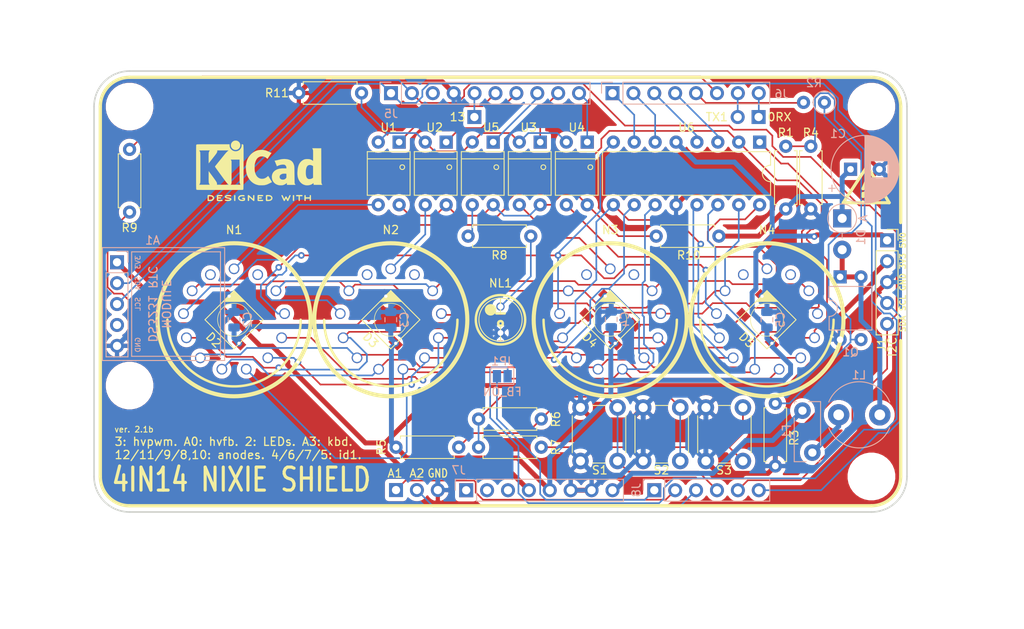
<source format=kicad_pcb>
(kicad_pcb (version 20171130) (host pcbnew "(5.1.6-0)")
  (layers (0 F.Cu signal) (31 B.Cu signal) (34 B.Paste user) (35 F.Paste user) (36 B.SilkS user) (37 F.SilkS user) (38 B.Mask user) (39 F.Mask user) (44 Edge.Cuts user))
  (net 0 "")
  (net 1 GND)
  (net 2 +5V)
  (net 3 "Net-(D1-Pad2)")
  (net 4 "Net-(D3-Pad2)")
  (net 5 "Net-(Q1-Pad1)")
  (net 6 +3V3)
  (net 7 /D2)
  (net 8 /D4)
  (net 9 /D5)
  (net 10 /D6)
  (net 11 /D7)
  (net 12 /A3)
  (net 13 /A4)
  (net 14 /A5)
  (net 15 /VIN)
  (net 16 "Net-(F1-Pad2)")
  (net 17 /D0)
  (net 18 /D1)
  (net 19 /D13)
  (net 20 /A2)
  (net 21 /A1)
  (net 22 /A0)
  (net 23 "Net-(NL1-Pad1)")
  (net 24 "Net-(JP1-Pad1)")
  (net 25 "Net-(D2-Pad2)")
  (net 26 "Net-(R10-Pad2)")
  (net 27 "Net-(R11-Pad1)")
  (net 28 /ACTL_1)
  (net 29 /ACTL_2)
  (net 30 /ACTL_3)
  (net 31 /ACTL_4)
  (net 32 /ACTL_DOT)
  (net 33 /BOOST_PWM)
  (net 34 "Net-(R7-Pad2)")
  (net 35 /NixieCtl/ANODE_1)
  (net 36 /NixieCtl/CATHODE_2)
  (net 37 /NixieCtl/CATHODE_3)
  (net 38 /NixieCtl/CATHODE_4)
  (net 39 /NixieCtl/CATHODE_5)
  (net 40 /NixieCtl/CATHODE_6)
  (net 41 /NixieCtl/CATHODE_7)
  (net 42 /NixieCtl/CATHODE_8)
  (net 43 /NixieCtl/CATHODE_9)
  (net 44 /NixieCtl/CATHODE_0)
  (net 45 /NixieCtl/CATHODE_1)
  (net 46 /NixieCtl/ANODE_2)
  (net 47 /NixieCtl/ANODE_3)
  (net 48 /NixieCtl/ANODE_4)
  (net 49 /NixieCtl/ANODE_DOT)
  (net 50 "Net-(D2-Pad4)")
  (net 51 "Net-(D4-Pad2)")
  (net 52 "Net-(R6-Pad2)")
  (net 53 /+HV)
  (net 54 "Net-(D5-Pad2)")
  (net 55 /AREF)
  (net 56 "Net-(J7-Pad3)")
  (net 57 "Net-(J7-Pad2)")
  (net 58 "Net-(J7-Pad1)")
  (net 59 "Net-(N1-PadLHDP)")
  (net 60 "Net-(N1-PadRHDP)")
  (net 61 "Net-(N2-PadLHDP)")
  (net 62 "Net-(N2-PadRHDP)")
  (net 63 "Net-(N3-PadLHDP)")
  (net 64 "Net-(N3-PadRHDP)")
  (net 65 "Net-(N4-PadLHDP)")
  (net 66 "Net-(N4-PadRHDP)")
  (module 4IN14Lib:TLP627 (layer F.Cu) (at 204.216 120.65 270)
    (fp_text reference U5 (at -1.778 0.254 180) (layer F.SilkS))
    (fp_text value TLP627)
    (pad 4 thru_hole oval (at 7.62 0 270) (size 1.6 1.6) (drill 0.8) (layers *.Cu *.Mask) (net 26 "Net-(R10-Pad2)"))
    (pad 2 thru_hole oval (at 0 2.54 270) (size 1.6 1.6) (drill 0.8) (layers *.Cu *.Mask) (net 27 "Net-(R11-Pad1)"))
    (pad 3 thru_hole oval (at 7.62 2.54 270) (size 1.6 1.6) (drill 0.8) (layers *.Cu *.Mask) (net 49 /NixieCtl/ANODE_DOT))
    (pad 1 thru_hole rect (at 0 0 270) (size 1.6 1.6) (drill 0.8) (layers *.Cu *.Mask) (net 32 /ACTL_DOT))
  )
  (module 4IN14Lib:TLP627 (layer F.Cu) (at 215.646 120.65 270)
    (fp_text reference U4 (at -1.778 1.27 180) (layer F.SilkS))
    (fp_text value TLP627)
    (pad 4 thru_hole oval (at 7.62 0 270) (size 1.6 1.6) (drill 0.8) (layers *.Cu *.Mask) (net 26 "Net-(R10-Pad2)"))
    (pad 2 thru_hole oval (at 0 2.54 270) (size 1.6 1.6) (drill 0.8) (layers *.Cu *.Mask) (net 27 "Net-(R11-Pad1)"))
    (pad 3 thru_hole oval (at 7.62 2.54 270) (size 1.6 1.6) (drill 0.8) (layers *.Cu *.Mask) (net 48 /NixieCtl/ANODE_4))
    (pad 1 thru_hole rect (at 0 0 270) (size 1.6 1.6) (drill 0.8) (layers *.Cu *.Mask) (net 31 /ACTL_4))
  )
  (module 4IN14Lib:TLP627 (layer F.Cu) (at 209.931 120.65 270)
    (fp_text reference U3 (at -1.778 1.397 180) (layer F.SilkS))
    (fp_text value TLP627)
    (pad 4 thru_hole oval (at 7.62 0 270) (size 1.6 1.6) (drill 0.8) (layers *.Cu *.Mask) (net 26 "Net-(R10-Pad2)"))
    (pad 2 thru_hole oval (at 0 2.54 270) (size 1.6 1.6) (drill 0.8) (layers *.Cu *.Mask) (net 27 "Net-(R11-Pad1)"))
    (pad 3 thru_hole oval (at 7.62 2.54 270) (size 1.6 1.6) (drill 0.8) (layers *.Cu *.Mask) (net 47 /NixieCtl/ANODE_3))
    (pad 1 thru_hole rect (at 0 0 270) (size 1.6 1.6) (drill 0.8) (layers *.Cu *.Mask) (net 30 /ACTL_3))
  )
  (module 4IN14Lib:TLP627 (layer F.Cu) (at 198.501 120.65 270)
    (fp_text reference U2 (at -1.778 1.397 180) (layer F.SilkS))
    (fp_text value TLP627)
    (pad 4 thru_hole oval (at 7.62 0 270) (size 1.6 1.6) (drill 0.8) (layers *.Cu *.Mask) (net 26 "Net-(R10-Pad2)"))
    (pad 2 thru_hole oval (at 0 2.54 270) (size 1.6 1.6) (drill 0.8) (layers *.Cu *.Mask) (net 27 "Net-(R11-Pad1)"))
    (pad 3 thru_hole oval (at 7.62 2.54 270) (size 1.6 1.6) (drill 0.8) (layers *.Cu *.Mask) (net 46 /NixieCtl/ANODE_2))
    (pad 1 thru_hole rect (at 0 0 270) (size 1.6 1.6) (drill 0.8) (layers *.Cu *.Mask) (net 29 /ACTL_2))
  )
  (module 4IN14Lib:TLP627 (layer F.Cu) (at 192.786 120.65 270)
    (fp_text reference U1 (at -1.778 1.27 180) (layer F.SilkS))
    (fp_text value TLP627)
    (pad 4 thru_hole oval (at 7.62 0 270) (size 1.6 1.6) (drill 0.8) (layers *.Cu *.Mask) (net 26 "Net-(R10-Pad2)"))
    (pad 2 thru_hole oval (at 0 2.54 270) (size 1.6 1.6) (drill 0.8) (layers *.Cu *.Mask) (net 27 "Net-(R11-Pad1)"))
    (pad 3 thru_hole oval (at 7.62 2.54 270) (size 1.6 1.6) (drill 0.8) (layers *.Cu *.Mask) (net 35 /NixieCtl/ANODE_1))
    (pad 1 thru_hole rect (at 0 0 270) (size 1.6 1.6) (drill 0.8) (layers *.Cu *.Mask) (net 28 /ACTL_1))
  )
  (module Connector_PinSocket_2.54mm:PinSocket_1x05_P2.54mm_Vertical (layer F.Cu) (at 252.095 132.588)
    (fp_text reference J1 (at -0.635 12.7 90) (layer F.SilkS))
    (fp_text value I2C (at 0.635 12.954 90) (layer F.SilkS))
    (fp_text user 5V0 (at 1.905 0 90) (layer F.SilkS) (effects (font (size 0.7 0.7))))
    (fp_text user 3V3 (at 1.905 2.54 90) (layer F.SilkS) (effects (font (size 0.7 0.7))))
    (fp_text user GND (at 1.905 5.08 90) (layer F.SilkS) (effects (font (size 0.7 0.7))))
    (fp_text user SCL (at 1.905 7.62 90) (layer F.SilkS) (effects (font (size 0.7 0.7))))
    (fp_text user SDA (at 1.905 10.16 90) (layer F.SilkS) (effects (font (size 0.7 0.7))))
    (pad 5 thru_hole oval (at 0 10.16) (size 1.7 1.7) (drill 1) (layers *.Cu *.Mask) (net 13 /A4))
    (pad 4 thru_hole oval (at 0 7.62) (size 1.7 1.7) (drill 1) (layers *.Cu *.Mask) (net 14 /A5))
    (pad 3 thru_hole oval (at 0 5.08) (size 1.7 1.7) (drill 1) (layers *.Cu *.Mask) (net 1 GND))
    (pad 2 thru_hole oval (at 0 2.54) (size 1.7 1.7) (drill 1) (layers *.Cu *.Mask) (net 6 +3V3))
    (pad 1 thru_hole rect (at 0 0) (size 1.7 1.7) (drill 1) (layers *.Cu *.Mask) (net 2 +5V))
  )
  (module Jumper:SolderJumper-2_P1.3mm_Open_Pad1.0x1.5mm (layer B.Cu) (at 205.322 149.098 180)
    (fp_text reference JP1 (at 0 1.8) (layer B.SilkS) (effects (justify mirror)))
    (fp_text value FB_ON (at 0 -1.9) (layer B.SilkS) (effects (justify mirror)))
    (pad 1 smd rect (at -0.65 0 180) (size 1 1.5) (layers B.Cu B.Mask) (net 24 "Net-(JP1-Pad1)"))
    (pad 2 smd rect (at 0.65 0 180) (size 1 1.5) (layers B.Cu B.Mask) (net 22 /A0))
  )
  (module Resistor_THT:R_Axial_DIN0207_L6.3mm_D2.5mm_P2.54mm_Vertical (layer B.Cu) (at 244.475 115.824 180)
    (fp_text reference R2 (at 1.27 2.37) (layer B.SilkS) (effects (justify mirror)))
    (fp_text value 22)
    (pad 2 thru_hole oval (at 2.54 0 180) (size 1.6 1.6) (drill 0.8) (layers *.Cu *.Mask) (net 33 /BOOST_PWM))
    (pad 1 thru_hole circle (at 0 0 180) (size 1.6 1.6) (drill 0.8) (layers *.Cu *.Mask) (net 5 "Net-(Q1-Pad1)"))
  )
  (module Button_Switch_THT:SW_PUSH_6mm_H4.3mm (layer F.Cu) (at 234.569 152.908 270)
    (fp_text reference S3 (at 7.62 2.286 180) (layer F.SilkS))
    (fp_text value SW_Push)
    (pad 1 thru_hole circle (at 6.5 0) (size 2 2) (drill 1.1) (layers *.Cu *.Mask) (net 34 "Net-(R7-Pad2)"))
    (pad 2 thru_hole circle (at 6.5 4.5) (size 2 2) (drill 1.1) (layers *.Cu *.Mask) (net 1 GND))
    (pad 1 thru_hole circle (at 0 0) (size 2 2) (drill 1.1) (layers *.Cu *.Mask) (net 34 "Net-(R7-Pad2)"))
    (pad 2 thru_hole circle (at 0 4.5) (size 2 2) (drill 1.1) (layers *.Cu *.Mask) (net 1 GND))
  )
  (module Button_Switch_THT:SW_PUSH_6mm_H4.3mm (layer F.Cu) (at 226.949 152.908 270)
    (fp_text reference S2 (at 7.62 2.286 180) (layer F.SilkS))
    (fp_text value SW_Push)
    (pad 1 thru_hole circle (at 6.5 0) (size 2 2) (drill 1.1) (layers *.Cu *.Mask) (net 52 "Net-(R6-Pad2)"))
    (pad 2 thru_hole circle (at 6.5 4.5) (size 2 2) (drill 1.1) (layers *.Cu *.Mask) (net 1 GND))
    (pad 1 thru_hole circle (at 0 0) (size 2 2) (drill 1.1) (layers *.Cu *.Mask) (net 52 "Net-(R6-Pad2)"))
    (pad 2 thru_hole circle (at 0 4.5) (size 2 2) (drill 1.1) (layers *.Cu *.Mask) (net 1 GND))
  )
  (module Button_Switch_THT:SW_PUSH_6mm_H4.3mm (layer F.Cu) (at 219.329 152.908 270)
    (fp_text reference S1 (at 7.62 2.159 180) (layer F.SilkS))
    (fp_text value SW_Push)
    (pad 1 thru_hole circle (at 6.5 0) (size 2 2) (drill 1.1) (layers *.Cu *.Mask) (net 12 /A3))
    (pad 2 thru_hole circle (at 6.5 4.5) (size 2 2) (drill 1.1) (layers *.Cu *.Mask) (net 1 GND))
    (pad 1 thru_hole circle (at 0 0) (size 2 2) (drill 1.1) (layers *.Cu *.Mask) (net 12 /A3))
    (pad 2 thru_hole circle (at 0 4.5) (size 2 2) (drill 1.1) (layers *.Cu *.Mask) (net 1 GND))
  )
  (module Package_DIP:DIP-16_W7.62mm (layer F.Cu) (at 236.601 120.65 270)
    (fp_text reference U6 (at -1.778 8.89 180) (layer F.SilkS))
    (fp_text value K155ID1)
    (pad 16 thru_hole oval (at 7.62 0 270) (size 1.6 1.6) (drill 0.8) (layers *.Cu *.Mask) (net 44 /NixieCtl/CATHODE_0))
    (pad 8 thru_hole oval (at 0 17.78 270) (size 1.6 1.6) (drill 0.8) (layers *.Cu *.Mask) (net 36 /NixieCtl/CATHODE_2))
    (pad 15 thru_hole oval (at 7.62 2.54 270) (size 1.6 1.6) (drill 0.8) (layers *.Cu *.Mask) (net 45 /NixieCtl/CATHODE_1))
    (pad 7 thru_hole oval (at 0 15.24 270) (size 1.6 1.6) (drill 0.8) (layers *.Cu *.Mask) (net 11 /D7))
    (pad 14 thru_hole oval (at 7.62 5.08 270) (size 1.6 1.6) (drill 0.8) (layers *.Cu *.Mask) (net 39 /NixieCtl/CATHODE_5))
    (pad 6 thru_hole oval (at 0 12.7 270) (size 1.6 1.6) (drill 0.8) (layers *.Cu *.Mask) (net 10 /D6))
    (pad 13 thru_hole oval (at 7.62 7.62 270) (size 1.6 1.6) (drill 0.8) (layers *.Cu *.Mask) (net 38 /NixieCtl/CATHODE_4))
    (pad 5 thru_hole oval (at 0 10.16 270) (size 1.6 1.6) (drill 0.8) (layers *.Cu *.Mask) (net 2 +5V))
    (pad 12 thru_hole oval (at 7.62 10.16 270) (size 1.6 1.6) (drill 0.8) (layers *.Cu *.Mask) (net 1 GND))
    (pad 4 thru_hole oval (at 0 7.62 270) (size 1.6 1.6) (drill 0.8) (layers *.Cu *.Mask) (net 9 /D5))
    (pad 11 thru_hole oval (at 7.62 12.7 270) (size 1.6 1.6) (drill 0.8) (layers *.Cu *.Mask) (net 40 /NixieCtl/CATHODE_6))
    (pad 3 thru_hole oval (at 0 5.08 270) (size 1.6 1.6) (drill 0.8) (layers *.Cu *.Mask) (net 8 /D4))
    (pad 10 thru_hole oval (at 7.62 15.24 270) (size 1.6 1.6) (drill 0.8) (layers *.Cu *.Mask) (net 41 /NixieCtl/CATHODE_7))
    (pad 2 thru_hole oval (at 0 2.54 270) (size 1.6 1.6) (drill 0.8) (layers *.Cu *.Mask) (net 43 /NixieCtl/CATHODE_9))
    (pad 9 thru_hole oval (at 7.62 17.78 270) (size 1.6 1.6) (drill 0.8) (layers *.Cu *.Mask) (net 37 /NixieCtl/CATHODE_3))
    (pad 1 thru_hole rect (at 0 0 270) (size 1.6 1.6) (drill 0.8) (layers *.Cu *.Mask) (net 42 /NixieCtl/CATHODE_8))
  )
  (module Connector_PinHeader_2.54mm:PinHeader_1x01_P2.54mm_Vertical (layer F.Cu) (at 201.93 117.602)
    (fp_text reference J3)
    (fp_text value 13 (at -2.032 0) (layer F.SilkS))
    (pad 1 thru_hole rect (at 0 0) (size 1.7 1.7) (drill 1) (layers *.Cu *.Mask) (net 19 /D13))
  )
  (module Connector_PinHeader_2.54mm:PinHeader_1x10_P2.54mm_Vertical (layer B.Cu) (at 191.795 114.702 270)
    (fp_text reference J5 (at 2.497999 -0.004999) (layer B.SilkS) (effects (justify mirror)))
    (fp_text value UNO3)
    (pad 10 thru_hole oval (at 0 -22.86 270) (size 1.7 1.7) (drill 1) (layers *.Cu *.Mask) (net 31 /ACTL_4))
    (pad 9 thru_hole oval (at 0 -20.32 270) (size 1.7 1.7) (drill 1) (layers *.Cu *.Mask) (net 30 /ACTL_3))
    (pad 8 thru_hole oval (at 0 -17.78 270) (size 1.7 1.7) (drill 1) (layers *.Cu *.Mask) (net 32 /ACTL_DOT))
    (pad 7 thru_hole oval (at 0 -15.24 270) (size 1.7 1.7) (drill 1) (layers *.Cu *.Mask) (net 29 /ACTL_2))
    (pad 6 thru_hole oval (at 0 -12.7 270) (size 1.7 1.7) (drill 1) (layers *.Cu *.Mask) (net 28 /ACTL_1))
    (pad 5 thru_hole oval (at 0 -10.16 270) (size 1.7 1.7) (drill 1) (layers *.Cu *.Mask) (net 19 /D13))
    (pad 4 thru_hole oval (at 0 -7.62 270) (size 1.7 1.7) (drill 1) (layers *.Cu *.Mask) (net 1 GND))
    (pad 3 thru_hole oval (at 0 -5.08 270) (size 1.7 1.7) (drill 1) (layers *.Cu *.Mask) (net 55 /AREF))
    (pad 2 thru_hole oval (at 0 -2.54 270) (size 1.7 1.7) (drill 1) (layers *.Cu *.Mask) (net 13 /A4))
    (pad 1 thru_hole rect (at 0 0 270) (size 1.7 1.7) (drill 1) (layers *.Cu *.Mask) (net 14 /A5))
  )
  (module Connector_PinHeader_2.54mm:PinHeader_1x08_P2.54mm_Vertical (layer B.Cu) (at 200.935 162.962 270)
    (fp_text reference J7 (at -2.434001 0.910001) (layer B.SilkS) (effects (justify mirror)))
    (fp_text value UNO1)
    (pad 8 thru_hole oval (at 0 -17.78 270) (size 1.7 1.7) (drill 1) (layers *.Cu *.Mask) (net 15 /VIN))
    (pad 7 thru_hole oval (at 0 -15.24 270) (size 1.7 1.7) (drill 1) (layers *.Cu *.Mask) (net 1 GND))
    (pad 6 thru_hole oval (at 0 -12.7 270) (size 1.7 1.7) (drill 1) (layers *.Cu *.Mask) (net 1 GND))
    (pad 5 thru_hole oval (at 0 -10.16 270) (size 1.7 1.7) (drill 1) (layers *.Cu *.Mask) (net 2 +5V))
    (pad 4 thru_hole oval (at 0 -7.62 270) (size 1.7 1.7) (drill 1) (layers *.Cu *.Mask) (net 6 +3V3))
    (pad 3 thru_hole oval (at 0 -5.08 270) (size 1.7 1.7) (drill 1) (layers *.Cu *.Mask) (net 56 "Net-(J7-Pad3)"))
    (pad 2 thru_hole oval (at 0 -2.54 270) (size 1.7 1.7) (drill 1) (layers *.Cu *.Mask) (net 57 "Net-(J7-Pad2)"))
    (pad 1 thru_hole rect (at 0 0 270) (size 1.7 1.7) (drill 1) (layers *.Cu *.Mask) (net 58 "Net-(J7-Pad1)"))
  )
  (module Connector_PinHeader_2.54mm:PinHeader_1x08_P2.54mm_Vertical (layer B.Cu) (at 218.715 114.702 270)
    (fp_text reference J6 (at 0.105999 -20.552999) (layer B.SilkS) (effects (justify mirror)))
    (fp_text value UNO4)
    (pad 8 thru_hole oval (at 0 -17.78 270) (size 1.7 1.7) (drill 1) (layers *.Cu *.Mask) (net 17 /D0))
    (pad 7 thru_hole oval (at 0 -15.24 270) (size 1.7 1.7) (drill 1) (layers *.Cu *.Mask) (net 18 /D1))
    (pad 6 thru_hole oval (at 0 -12.7 270) (size 1.7 1.7) (drill 1) (layers *.Cu *.Mask) (net 7 /D2))
    (pad 5 thru_hole oval (at 0 -10.16 270) (size 1.7 1.7) (drill 1) (layers *.Cu *.Mask) (net 33 /BOOST_PWM))
    (pad 4 thru_hole oval (at 0 -7.62 270) (size 1.7 1.7) (drill 1) (layers *.Cu *.Mask) (net 8 /D4))
    (pad 3 thru_hole oval (at 0 -5.08 270) (size 1.7 1.7) (drill 1) (layers *.Cu *.Mask) (net 9 /D5))
    (pad 2 thru_hole oval (at 0 -2.54 270) (size 1.7 1.7) (drill 1) (layers *.Cu *.Mask) (net 10 /D6))
    (pad 1 thru_hole rect (at 0 0 270) (size 1.7 1.7) (drill 1) (layers *.Cu *.Mask) (net 11 /D7))
  )
  (module Connector_PinHeader_2.54mm:PinHeader_1x06_P2.54mm_Vertical (layer B.Cu) (at 223.795 162.962 270)
    (fp_text reference J8 (at -0.021001 2.180001 90) (layer B.SilkS) (effects (justify mirror)))
    (fp_text value UNO2)
    (pad 6 thru_hole oval (at 0 -12.7 270) (size 1.7 1.7) (drill 1) (layers *.Cu *.Mask) (net 14 /A5))
    (pad 5 thru_hole oval (at 0 -10.16 270) (size 1.7 1.7) (drill 1) (layers *.Cu *.Mask) (net 13 /A4))
    (pad 4 thru_hole oval (at 0 -7.62 270) (size 1.7 1.7) (drill 1) (layers *.Cu *.Mask) (net 12 /A3))
    (pad 3 thru_hole oval (at 0 -5.08 270) (size 1.7 1.7) (drill 1) (layers *.Cu *.Mask) (net 20 /A2))
    (pad 2 thru_hole oval (at 0 -2.54 270) (size 1.7 1.7) (drill 1) (layers *.Cu *.Mask) (net 21 /A1))
    (pad 1 thru_hole rect (at 0 0 270) (size 1.7 1.7) (drill 1) (layers *.Cu *.Mask) (net 22 /A0))
  )
  (module Connector_PinHeader_2.54mm:PinHeader_1x03_P2.54mm_Vertical (layer F.Cu) (at 192.405 162.941 90)
    (fp_text reference J9)
    (fp_text value EXT1)
    (fp_text user A1 (at 2.032 -0.127) (layer F.SilkS))
    (fp_text user A2 (at 2.032 2.54 180) (layer F.SilkS))
    (fp_text user GND (at 2.032 5.08 180) (layer F.SilkS) (effects (font (size 1 0.8))))
    (pad 3 thru_hole oval (at 0 5.08 90) (size 1.7 1.7) (drill 1) (layers *.Cu *.Mask) (net 1 GND))
    (pad 2 thru_hole oval (at 0 2.54 90) (size 1.7 1.7) (drill 1) (layers *.Cu *.Mask) (net 20 /A2))
    (pad 1 thru_hole rect (at 0 0 90) (size 1.7 1.7) (drill 1) (layers *.Cu *.Mask) (net 21 /A1))
  )
  (module Connector_PinHeader_2.54mm:PinHeader_1x02_P2.54mm_Vertical (layer F.Cu) (at 236.474 117.602 270)
    (fp_text reference J4)
    (fp_text value EXT2)
    (fp_text user 0RX (at 0 -2.54) (layer F.SilkS))
    (fp_text user TX1 (at 0 5.08) (layer F.SilkS))
    (pad 2 thru_hole oval (at 0 2.54 270) (size 1.7 1.7) (drill 1) (layers *.Cu *.Mask) (net 18 /D1))
    (pad 1 thru_hole rect (at 0 0 270) (size 1.7 1.7) (drill 1) (layers *.Cu *.Mask) (net 17 /D0))
  )
  (module MountingHole:MountingHole_3.2mm_M3_DIN965 (layer F.Cu) (at 250.19 116.332)
    (fp_text reference H2)
    (fp_text value MountingHole)
    (pad "" np_thru_hole circle (at 0 0) (size 3.2 3.2) (drill 3.2) (layers *.Cu *.Mask) (clearance 1.3))
  )
  (module MountingHole:MountingHole_3.2mm_M3_DIN965 (layer F.Cu) (at 160.02 116.332)
    (fp_text reference H3)
    (fp_text value MountingHole)
    (pad "" np_thru_hole circle (at 0 0) (size 3.2 3.2) (drill 3.2) (layers *.Cu *.Mask) (clearance 1.3))
  )
  (module MountingHole:MountingHole_3.2mm_M3_DIN965 (layer F.Cu) (at 160.02 150.241)
    (fp_text reference H4)
    (fp_text value MountingHole)
    (pad "" np_thru_hole circle (at 0 0) (size 3.2 3.2) (drill 3.2) (layers *.Cu *.Mask) (clearance 1.3))
  )
  (module Resistor_THT:R_Axial_DIN0207_L6.3mm_D2.5mm_P7.62mm_Horizontal (layer F.Cu) (at 192.405 157.734)
    (fp_text reference R5 (at -1.778 0 270) (layer F.SilkS))
    (fp_text value 10k)
    (pad 2 thru_hole oval (at 7.62 0) (size 1.6 1.6) (drill 0.8) (layers *.Cu *.Mask) (net 12 /A3))
    (pad 1 thru_hole circle (at 0 0) (size 1.6 1.6) (drill 0.8) (layers *.Cu *.Mask) (net 2 +5V))
  )
  (module Resistor_THT:R_Axial_DIN0207_L6.3mm_D2.5mm_P7.62mm_Horizontal (layer F.Cu) (at 202.438 157.734)
    (fp_text reference R7 (at 9.398 0 90) (layer F.SilkS))
    (fp_text value 10k)
    (pad 2 thru_hole oval (at 7.62 0) (size 1.6 1.6) (drill 0.8) (layers *.Cu *.Mask) (net 34 "Net-(R7-Pad2)"))
    (pad 1 thru_hole circle (at 0 0) (size 1.6 1.6) (drill 0.8) (layers *.Cu *.Mask) (net 52 "Net-(R6-Pad2)"))
  )
  (module 4IN14Lib:Symbol_HighVoltage_Type2_SilkScreen_VerySmall (layer F.Cu) (at 249.682 127.762)
    (fp_text reference HVSIGN hide)
    (fp_text value Symbol_HighVoltage_Type2_SilkScreen_VerySmall hide)
  )
  (module Diode_THT:D_DO-41_SOD81_P3.81mm_Vertical_AnodeUp (layer B.Cu) (at 246.634 129.921 270)
    (fp_text reference D1 (at 2.286 -2.286 90) (layer B.SilkS) (effects (justify mirror)))
    (fp_text value HER106)
    (fp_text user A (at 0 -2.54 90) (layer B.SilkS) (effects (justify mirror)))
    (pad 2 thru_hole oval (at 3.81 0 270) (size 2.2 2.2) (drill 1.1) (layers *.Cu *.Mask) (net 3 "Net-(D1-Pad2)"))
    (pad 1 thru_hole rect (at 0 0 270) (size 2.2 2.2) (drill 1.1) (layers *.Cu *.Mask) (net 53 /+HV))
  )
  (module 4IN14Lib:DIP-4_FET (layer B.Cu) (at 246.38 137.033 270)
    (fp_text reference Q1 (at 9.144 -1.27) (layer B.SilkS) (effects (justify mirror)))
    (fp_text value IRFD220)
    (pad 3 thru_hole oval (at 7.62 0 270) (size 1.6 1.6) (drill 0.8) (layers *.Cu *.Mask) (net 1 GND))
    (pad 2 thru_hole oval (at 0 -2.54 270) (size 1.6 1.6) (drill 0.8) (layers *.Cu *.Mask) (net 3 "Net-(D1-Pad2)"))
    (pad 1 thru_hole oval (at 7.62 -2.54 270) (size 1.6 1.6) (drill 0.8) (layers *.Cu *.Mask) (net 5 "Net-(Q1-Pad1)"))
    (pad 2 thru_hole rect (at 0 0 270) (size 1.6 1.6) (drill 0.8) (layers *.Cu *.Mask) (net 3 "Net-(D1-Pad2)"))
  )
  (module Capacitor_THT:CP_Radial_D8.0mm_P3.50mm (layer B.Cu) (at 247.65 123.952)
    (fp_text reference C1 (at -1.524 -4.318) (layer B.SilkS) (effects (justify mirror)))
    (fp_text value 4.7uF*350V)
    (pad 2 thru_hole circle (at 3.5 0) (size 1.6 1.6) (drill 0.8) (layers *.Cu *.Mask) (net 1 GND))
    (pad 1 thru_hole rect (at 0 0) (size 1.6 1.6) (drill 0.8) (layers *.Cu *.Mask) (net 53 /+HV))
  )
  (module Inductor_THT:L_Radial_D7.8mm_P5.00mm_Fastron_07HCP (layer B.Cu) (at 251.206 153.797 180)
    (fp_text reference L1 (at 2.54 4.826 180) (layer B.SilkS) (effects (justify mirror)))
    (fp_text value 470uH)
    (pad 2 thru_hole circle (at 5 0 180) (size 2.6 2.6) (drill 1.3) (layers *.Cu *.Mask) (net 16 "Net-(F1-Pad2)"))
    (pad 1 thru_hole circle (at 0 0 180) (size 2.6 2.6) (drill 1.3) (layers *.Cu *.Mask) (net 3 "Net-(D1-Pad2)"))
  )
  (module Resistor_THT:R_Axial_DIN0207_L6.3mm_D2.5mm_P7.62mm_Horizontal (layer F.Cu) (at 238.506 152.4 270)
    (fp_text reference R3 (at 4.191 -2.286 270) (layer F.SilkS))
    (fp_text value 100k)
    (pad 2 thru_hole oval (at 7.62 0 270) (size 1.6 1.6) (drill 0.8) (layers *.Cu *.Mask) (net 1 GND))
    (pad 1 thru_hole circle (at 0 0 270) (size 1.6 1.6) (drill 0.8) (layers *.Cu *.Mask) (net 5 "Net-(Q1-Pad1)"))
  )
  (module Fuse:Fuse_Bourns_MF-RG300 (layer B.Cu) (at 241.808 153.289 270)
    (fp_text reference F1 (at 2.55 1.9 270) (layer B.SilkS) (effects (justify mirror)))
    (fp_text value 1A)
    (pad 2 thru_hole circle (at 5.1 -1.2 270) (size 2.01 2.01) (drill 1.01) (layers *.Cu *.Mask) (net 16 "Net-(F1-Pad2)"))
    (pad 1 thru_hole circle (at 0 0 270) (size 2.01 2.01) (drill 1.01) (layers *.Cu *.Mask) (net 15 /VIN))
  )
  (module Resistor_THT:R_Axial_DIN0207_L6.3mm_D2.5mm_P7.62mm_Horizontal (layer F.Cu) (at 239.776 121.158 270)
    (fp_text reference R1 (at -1.651 0) (layer F.SilkS))
    (fp_text value 300k)
    (pad 2 thru_hole oval (at 7.62 0 270) (size 1.6 1.6) (drill 0.8) (layers *.Cu *.Mask) (net 53 /+HV))
    (pad 1 thru_hole circle (at 0 0 270) (size 1.6 1.6) (drill 0.8) (layers *.Cu *.Mask) (net 24 "Net-(JP1-Pad1)"))
  )
  (module Resistor_THT:R_Axial_DIN0207_L6.3mm_D2.5mm_P7.62mm_Horizontal (layer F.Cu) (at 242.824 128.778 90)
    (fp_text reference R4 (at 9.271 0 180) (layer F.SilkS))
    (fp_text value 4k7)
    (pad 2 thru_hole oval (at 7.62 0 90) (size 1.6 1.6) (drill 0.8) (layers *.Cu *.Mask) (net 24 "Net-(JP1-Pad1)"))
    (pad 1 thru_hole circle (at 0 0 90) (size 1.6 1.6) (drill 0.8) (layers *.Cu *.Mask) (net 1 GND))
  )
  (module MountingHole:MountingHole_3.2mm_M3_DIN965 (layer F.Cu) (at 250.19 161.29)
    (fp_text reference H1)
    (fp_text value MountingHole)
    (pad "" np_thru_hole circle (at 0 0) (size 3.2 3.2) (drill 3.2) (layers *.Cu *.Mask) (clearance 1.3))
  )
  (module 4IN14Lib:NeonLamp (layer F.Cu) (at 205.105 142.24 90)
    (fp_text reference NL1 (at 4.445 0 180) (layer F.SilkS))
    (fp_text value IN-3)
    (pad 1 thru_hole circle (at 1.6 0 90) (size 1 1) (drill 0.7) (layers *.Cu *.Mask) (net 23 "Net-(NL1-Pad1)"))
    (pad 2 thru_hole circle (at -1.6 0 90) (size 1 1) (drill 0.7) (layers *.Cu *.Mask) (net 1 GND))
  )
  (module 4IN14Lib:IN-14new (layer F.Cu) (at 237.49 142.24 180)
    (fp_text reference N4 (at 0 10.922 180) (layer F.SilkS))
    (fp_text value IN-14)
    (pad LHDP thru_hole circle (at -2.87528 5.47878 180) (size 1.3 1.3) (drill 1) (layers *.Cu *.Mask) (net 65 "Net-(N4-PadLHDP)") (clearance 0.4))
    (pad RHDP thru_hole circle (at 2.87528 5.47878 180) (size 1.3 1.3) (drill 1) (layers *.Cu *.Mask) (net 66 "Net-(N4-PadRHDP)") (clearance 0.4))
    (pad A thru_hole circle (at 0 6.18744 180) (size 1.3 1.3) (drill 1) (layers *.Cu *.Mask) (net 48 /NixieCtl/ANODE_4) (clearance 0.4))
    (pad 2 thru_hole circle (at 6.14426 0.74422 180) (size 1.3 1.3) (drill 1) (layers *.Cu *.Mask) (net 36 /NixieCtl/CATHODE_2) (clearance 0.4))
    (pad 3 thru_hole circle (at 5.78612 -2.19456 180) (size 1.3 1.3) (drill 1) (layers *.Cu *.Mask) (net 37 /NixieCtl/CATHODE_3) (clearance 0.4))
    (pad 4 thru_hole circle (at 4.10464 -4.63296 180) (size 1.3 1.3) (drill 1) (layers *.Cu *.Mask) (net 38 /NixieCtl/CATHODE_4) (clearance 0.4))
    (pad 5 thru_hole circle (at 1.48082 -6.00964 180) (size 1.3 1.3) (drill 1) (layers *.Cu *.Mask) (net 39 /NixieCtl/CATHODE_5) (clearance 0.4))
    (pad 6 thru_hole circle (at -1.48082 -6.00964 180) (size 1.3 1.3) (drill 1) (layers *.Cu *.Mask) (net 40 /NixieCtl/CATHODE_6) (clearance 0.4))
    (pad 7 thru_hole circle (at -4.10464 -4.63296 180) (size 1.3 1.3) (drill 1) (layers *.Cu *.Mask) (net 41 /NixieCtl/CATHODE_7) (clearance 0.4))
    (pad 8 thru_hole circle (at -5.78612 -2.19456 180) (size 1.3 1.3) (drill 1) (layers *.Cu *.Mask) (net 42 /NixieCtl/CATHODE_8) (clearance 0.4))
    (pad 9 thru_hole circle (at -6.14426 0.74422 180) (size 1.3 1.3) (drill 1) (layers *.Cu *.Mask) (net 43 /NixieCtl/CATHODE_9) (clearance 0.4))
    (pad 0 thru_hole circle (at -5.0927 3.51536 180) (size 1.3 1.3) (drill 1) (layers *.Cu *.Mask) (net 44 /NixieCtl/CATHODE_0) (clearance 0.4))
    (pad 1 thru_hole circle (at 5.0927 3.51536 180) (size 1.3 1.3) (drill 1) (layers *.Cu *.Mask) (net 45 /NixieCtl/CATHODE_1) (clearance 0.4))
  )
  (module 4IN14Lib:IN-14new (layer F.Cu) (at 218.44 142.24 180)
    (fp_text reference N3 (at 0 10.922 180) (layer F.SilkS))
    (fp_text value IN-14)
    (pad LHDP thru_hole circle (at -2.87528 5.47878 180) (size 1.3 1.3) (drill 1) (layers *.Cu *.Mask) (net 63 "Net-(N3-PadLHDP)") (clearance 0.4))
    (pad RHDP thru_hole circle (at 2.87528 5.47878 180) (size 1.3 1.3) (drill 1) (layers *.Cu *.Mask) (net 64 "Net-(N3-PadRHDP)") (clearance 0.4))
    (pad A thru_hole circle (at 0 6.18744 180) (size 1.3 1.3) (drill 1) (layers *.Cu *.Mask) (net 47 /NixieCtl/ANODE_3) (clearance 0.4))
    (pad 2 thru_hole circle (at 6.14426 0.74422 180) (size 1.3 1.3) (drill 1) (layers *.Cu *.Mask) (net 36 /NixieCtl/CATHODE_2) (clearance 0.4))
    (pad 3 thru_hole circle (at 5.78612 -2.19456 180) (size 1.3 1.3) (drill 1) (layers *.Cu *.Mask) (net 37 /NixieCtl/CATHODE_3) (clearance 0.4))
    (pad 4 thru_hole circle (at 4.10464 -4.63296 180) (size 1.3 1.3) (drill 1) (layers *.Cu *.Mask) (net 38 /NixieCtl/CATHODE_4) (clearance 0.4))
    (pad 5 thru_hole circle (at 1.48082 -6.00964 180) (size 1.3 1.3) (drill 1) (layers *.Cu *.Mask) (net 39 /NixieCtl/CATHODE_5) (clearance 0.4))
    (pad 6 thru_hole circle (at -1.48082 -6.00964 180) (size 1.3 1.3) (drill 1) (layers *.Cu *.Mask) (net 40 /NixieCtl/CATHODE_6) (clearance 0.4))
    (pad 7 thru_hole circle (at -4.10464 -4.63296 180) (size 1.3 1.3) (drill 1) (layers *.Cu *.Mask) (net 41 /NixieCtl/CATHODE_7) (clearance 0.4))
    (pad 8 thru_hole circle (at -5.78612 -2.19456 180) (size 1.3 1.3) (drill 1) (layers *.Cu *.Mask) (net 42 /NixieCtl/CATHODE_8) (clearance 0.4))
    (pad 9 thru_hole circle (at -6.14426 0.74422 180) (size 1.3 1.3) (drill 1) (layers *.Cu *.Mask) (net 43 /NixieCtl/CATHODE_9) (clearance 0.4))
    (pad 0 thru_hole circle (at -5.0927 3.51536 180) (size 1.3 1.3) (drill 1) (layers *.Cu *.Mask) (net 44 /NixieCtl/CATHODE_0) (clearance 0.4))
    (pad 1 thru_hole circle (at 5.0927 3.51536 180) (size 1.3 1.3) (drill 1) (layers *.Cu *.Mask) (net 45 /NixieCtl/CATHODE_1) (clearance 0.4))
  )
  (module 4IN14Lib:IN-14new (layer F.Cu) (at 191.77 142.24 180)
    (fp_text reference N2 (at 0 10.922 180) (layer F.SilkS))
    (fp_text value IN-14)
    (pad LHDP thru_hole circle (at -2.87528 5.47878 180) (size 1.3 1.3) (drill 1) (layers *.Cu *.Mask) (net 61 "Net-(N2-PadLHDP)") (clearance 0.4))
    (pad RHDP thru_hole circle (at 2.87528 5.47878 180) (size 1.3 1.3) (drill 1) (layers *.Cu *.Mask) (net 62 "Net-(N2-PadRHDP)") (clearance 0.4))
    (pad A thru_hole circle (at 0 6.18744 180) (size 1.3 1.3) (drill 1) (layers *.Cu *.Mask) (net 46 /NixieCtl/ANODE_2) (clearance 0.4))
    (pad 2 thru_hole circle (at 6.14426 0.74422 180) (size 1.3 1.3) (drill 1) (layers *.Cu *.Mask) (net 36 /NixieCtl/CATHODE_2) (clearance 0.4))
    (pad 3 thru_hole circle (at 5.78612 -2.19456 180) (size 1.3 1.3) (drill 1) (layers *.Cu *.Mask) (net 37 /NixieCtl/CATHODE_3) (clearance 0.4))
    (pad 4 thru_hole circle (at 4.10464 -4.63296 180) (size 1.3 1.3) (drill 1) (layers *.Cu *.Mask) (net 38 /NixieCtl/CATHODE_4) (clearance 0.4))
    (pad 5 thru_hole circle (at 1.48082 -6.00964 180) (size 1.3 1.3) (drill 1) (layers *.Cu *.Mask) (net 39 /NixieCtl/CATHODE_5) (clearance 0.4))
    (pad 6 thru_hole circle (at -1.48082 -6.00964 180) (size 1.3 1.3) (drill 1) (layers *.Cu *.Mask) (net 40 /NixieCtl/CATHODE_6) (clearance 0.4))
    (pad 7 thru_hole circle (at -4.10464 -4.63296 180) (size 1.3 1.3) (drill 1) (layers *.Cu *.Mask) (net 41 /NixieCtl/CATHODE_7) (clearance 0.4))
    (pad 8 thru_hole circle (at -5.78612 -2.19456 180) (size 1.3 1.3) (drill 1) (layers *.Cu *.Mask) (net 42 /NixieCtl/CATHODE_8) (clearance 0.4))
    (pad 9 thru_hole circle (at -6.14426 0.74422 180) (size 1.3 1.3) (drill 1) (layers *.Cu *.Mask) (net 43 /NixieCtl/CATHODE_9) (clearance 0.4))
    (pad 0 thru_hole circle (at -5.0927 3.51536 180) (size 1.3 1.3) (drill 1) (layers *.Cu *.Mask) (net 44 /NixieCtl/CATHODE_0) (clearance 0.4))
    (pad 1 thru_hole circle (at 5.0927 3.51536 180) (size 1.3 1.3) (drill 1) (layers *.Cu *.Mask) (net 45 /NixieCtl/CATHODE_1) (clearance 0.4))
  )
  (module 4IN14Lib:IN-14new (layer F.Cu) (at 172.72 142.24 180)
    (fp_text reference N1 (at 0 10.922 180) (layer F.SilkS))
    (fp_text value IN-14)
    (pad LHDP thru_hole circle (at -2.87528 5.47878 180) (size 1.3 1.3) (drill 1) (layers *.Cu *.Mask) (net 59 "Net-(N1-PadLHDP)") (clearance 0.4))
    (pad RHDP thru_hole circle (at 2.87528 5.47878 180) (size 1.3 1.3) (drill 1) (layers *.Cu *.Mask) (net 60 "Net-(N1-PadRHDP)") (clearance 0.4))
    (pad A thru_hole circle (at 0 6.18744 180) (size 1.3 1.3) (drill 1) (layers *.Cu *.Mask) (net 35 /NixieCtl/ANODE_1) (clearance 0.4))
    (pad 2 thru_hole circle (at 6.14426 0.74422 180) (size 1.3 1.3) (drill 1) (layers *.Cu *.Mask) (net 36 /NixieCtl/CATHODE_2) (clearance 0.4))
    (pad 3 thru_hole circle (at 5.78612 -2.19456 180) (size 1.3 1.3) (drill 1) (layers *.Cu *.Mask) (net 37 /NixieCtl/CATHODE_3) (clearance 0.4))
    (pad 4 thru_hole circle (at 4.10464 -4.63296 180) (size 1.3 1.3) (drill 1) (layers *.Cu *.Mask) (net 38 /NixieCtl/CATHODE_4) (clearance 0.4))
    (pad 5 thru_hole circle (at 1.48082 -6.00964 180) (size 1.3 1.3) (drill 1) (layers *.Cu *.Mask) (net 39 /NixieCtl/CATHODE_5) (clearance 0.4))
    (pad 6 thru_hole circle (at -1.48082 -6.00964 180) (size 1.3 1.3) (drill 1) (layers *.Cu *.Mask) (net 40 /NixieCtl/CATHODE_6) (clearance 0.4))
    (pad 7 thru_hole circle (at -4.10464 -4.63296 180) (size 1.3 1.3) (drill 1) (layers *.Cu *.Mask) (net 41 /NixieCtl/CATHODE_7) (clearance 0.4))
    (pad 8 thru_hole circle (at -5.78612 -2.19456 180) (size 1.3 1.3) (drill 1) (layers *.Cu *.Mask) (net 42 /NixieCtl/CATHODE_8) (clearance 0.4))
    (pad 9 thru_hole circle (at -6.14426 0.74422 180) (size 1.3 1.3) (drill 1) (layers *.Cu *.Mask) (net 43 /NixieCtl/CATHODE_9) (clearance 0.4))
    (pad 0 thru_hole circle (at -5.0927 3.51536 180) (size 1.3 1.3) (drill 1) (layers *.Cu *.Mask) (net 44 /NixieCtl/CATHODE_0) (clearance 0.4))
    (pad 1 thru_hole circle (at 5.0927 3.51536 180) (size 1.3 1.3) (drill 1) (layers *.Cu *.Mask) (net 45 /NixieCtl/CATHODE_1) (clearance 0.4))
  )
  (module 4IN14Lib:WS2812B (layer F.Cu) (at 237.49 142.24 135)
    (fp_text reference D5 (at 0 -3.5 135) (layer F.SilkS))
    (fp_text value WS2812B)
    (pad 3 smd rect (at 2.45 1.6 135) (size 1.5 1) (layers F.Cu F.Paste F.Mask) (net 1 GND))
    (pad 4 smd rect (at 2.45 -1.6 135) (size 1.5 1) (layers F.Cu F.Paste F.Mask) (net 51 "Net-(D4-Pad2)"))
    (pad 2 smd rect (at -2.45 1.6 135) (size 1.5 1) (layers F.Cu F.Paste F.Mask) (net 54 "Net-(D5-Pad2)"))
    (pad 1 smd rect (at -2.45 -1.6 135) (size 1.5 1) (layers F.Cu F.Paste F.Mask) (net 2 +5V))
  )
  (module 4IN14Lib:WS2812B (layer F.Cu) (at 218.44 142.24 135)
    (fp_text reference D4 (at 0 -3.5 135) (layer F.SilkS))
    (fp_text value WS2812B)
    (pad 3 smd rect (at 2.45 1.6 135) (size 1.5 1) (layers F.Cu F.Paste F.Mask) (net 1 GND))
    (pad 4 smd rect (at 2.45 -1.6 135) (size 1.5 1) (layers F.Cu F.Paste F.Mask) (net 4 "Net-(D3-Pad2)"))
    (pad 2 smd rect (at -2.45 1.6 135) (size 1.5 1) (layers F.Cu F.Paste F.Mask) (net 51 "Net-(D4-Pad2)"))
    (pad 1 smd rect (at -2.45 -1.6 135) (size 1.5 1) (layers F.Cu F.Paste F.Mask) (net 2 +5V))
  )
  (module 4IN14Lib:WS2812B (layer F.Cu) (at 191.77 142.24 135)
    (fp_text reference D3 (at 0 -3.5 135) (layer F.SilkS))
    (fp_text value WS2812B)
    (pad 3 smd rect (at 2.45 1.6 135) (size 1.5 1) (layers F.Cu F.Paste F.Mask) (net 1 GND))
    (pad 4 smd rect (at 2.45 -1.6 135) (size 1.5 1) (layers F.Cu F.Paste F.Mask) (net 25 "Net-(D2-Pad2)"))
    (pad 2 smd rect (at -2.45 1.6 135) (size 1.5 1) (layers F.Cu F.Paste F.Mask) (net 4 "Net-(D3-Pad2)"))
    (pad 1 smd rect (at -2.45 -1.6 135) (size 1.5 1) (layers F.Cu F.Paste F.Mask) (net 2 +5V))
  )
  (module 4IN14Lib:WS2812B (layer F.Cu) (at 172.72 142.24 135)
    (fp_text reference D2 (at 0 -3.5 135) (layer F.SilkS))
    (fp_text value WS2812B)
    (pad 3 smd rect (at 2.45 1.6 135) (size 1.5 1) (layers F.Cu F.Paste F.Mask) (net 1 GND))
    (pad 4 smd rect (at 2.45 -1.6 135) (size 1.5 1) (layers F.Cu F.Paste F.Mask) (net 50 "Net-(D2-Pad4)"))
    (pad 2 smd rect (at -2.45 1.6 135) (size 1.5 1) (layers F.Cu F.Paste F.Mask) (net 25 "Net-(D2-Pad2)"))
    (pad 1 smd rect (at -2.45 -1.6 135) (size 1.5 1) (layers F.Cu F.Paste F.Mask) (net 2 +5V))
  )
  (module 4IN14Lib:DS3231 (layer B.Cu) (at 158.496 145.415)
    (fp_text reference A1 (at 4.318 -12.827) (layer B.SilkS) (effects (justify mirror)))
    (fp_text value DS3231)
    (fp_text user 3V3 (at 2.54 -10.16 -90) (layer B.SilkS) (effects (font (size 0.6 0.6) (thickness 0.1)) (justify mirror)))
    (fp_text user SDA (at 2.54 -7.62 -90) (layer B.SilkS) (effects (font (size 0.6 0.6) (thickness 0.1)) (justify mirror)))
    (fp_text user SCL (at 2.54 -5.08 -90) (layer B.SilkS) (effects (font (size 0.6 0.6) (thickness 0.1)) (justify mirror)))
    (fp_text user GND (at 2.54 -0.127 -90) (layer B.SilkS) (effects (font (size 0.6 0.6) (thickness 0.1)) (justify mirror)))
    (fp_text user MODULE (at 5.969 -5.08 -90 unlocked) (layer B.SilkS) (effects (justify mirror)))
    (fp_text user "DS3231 RTC" (at 4.318 -5.08 -90 unlocked) (layer B.SilkS) (effects (justify mirror)))
    (pad 1 thru_hole rect (at 0 -10.16 180) (size 1.7 1.7) (drill 1) (layers *.Cu *.Mask) (net 6 +3V3))
    (pad 2 thru_hole oval (at 0 -7.62 180) (size 1.7 1.7) (drill 1) (layers *.Cu *.Mask) (net 13 /A4))
    (pad 3 thru_hole oval (at 0 -5.08 180) (size 1.7 1.7) (drill 1) (layers *.Cu *.Mask) (net 14 /A5))
    (pad 4 thru_hole oval (at 0 -2.54 180) (size 1.7 1.7) (drill 1) (layers *.Cu *.Mask))
    (pad 5 thru_hole oval (at 0 0 180) (size 1.7 1.7) (drill 1) (layers *.Cu *.Mask) (net 1 GND))
  )
  (module Resistor_THT:R_Axial_DIN0207_L6.3mm_D2.5mm_P7.62mm_Horizontal (layer F.Cu) (at 188.214 114.681 180)
    (fp_text reference R11 (at 10.287 0) (layer F.SilkS))
    (fp_text value 470)
    (pad 2 thru_hole oval (at 7.62 0 180) (size 1.6 1.6) (drill 0.8) (layers *.Cu *.Mask) (net 1 GND))
    (pad 1 thru_hole circle (at 0 0 180) (size 1.6 1.6) (drill 0.8) (layers *.Cu *.Mask) (net 27 "Net-(R11-Pad1)"))
  )
  (module Resistor_THT:R_Axial_DIN0207_L6.3mm_D2.5mm_P7.62mm_Horizontal (layer F.Cu) (at 231.648 132.08 180)
    (fp_text reference R10 (at 3.648 -2.32 180) (layer F.SilkS))
    (fp_text value 2k2)
    (pad 2 thru_hole oval (at 7.62 0 180) (size 1.6 1.6) (drill 0.8) (layers *.Cu *.Mask) (net 26 "Net-(R10-Pad2)"))
    (pad 1 thru_hole circle (at 0 0 180) (size 1.6 1.6) (drill 0.8) (layers *.Cu *.Mask) (net 53 /+HV))
  )
  (module Resistor_THT:R_Axial_DIN0207_L6.3mm_D2.5mm_P7.62mm_Horizontal (layer F.Cu) (at 210.058 154.305 180)
    (fp_text reference R6 (at -1.778 -0.029299 270) (layer F.SilkS))
    (fp_text value 10k)
    (pad 2 thru_hole oval (at 7.62 0 180) (size 1.6 1.6) (drill 0.8) (layers *.Cu *.Mask) (net 52 "Net-(R6-Pad2)"))
    (pad 1 thru_hole circle (at 0 0 180) (size 1.6 1.6) (drill 0.8) (layers *.Cu *.Mask) (net 12 /A3))
  )
  (module Resistor_THT:R_Axial_DIN0207_L6.3mm_D2.5mm_P7.62mm_Horizontal (layer F.Cu) (at 160.02 121.539 270)
    (fp_text reference R9 (at 9.525 0) (layer F.SilkS))
    (fp_text value 100)
    (pad 2 thru_hole oval (at 7.62 0 270) (size 1.6 1.6) (drill 0.8) (layers *.Cu *.Mask) (net 50 "Net-(D2-Pad4)"))
    (pad 1 thru_hole circle (at 0 0 270) (size 1.6 1.6) (drill 0.8) (layers *.Cu *.Mask) (net 7 /D2))
  )
  (module Capacitor_SMD:C_0805_2012Metric (layer B.Cu) (at 191.77 142.24 90)
    (fp_text reference C3 (at 0 1.65 90) (layer B.SilkS) (effects (justify mirror)))
    (fp_text value 100n)
    (pad 2 smd roundrect (at 0.9375 0 90) (size 0.975 1.4) (layers B.Cu B.Paste B.Mask) (net 1 GND))
    (pad 1 smd roundrect (at -0.9375 0 90) (size 0.975 1.4) (layers B.Cu B.Paste B.Mask) (net 2 +5V))
  )
  (module Capacitor_SMD:C_0805_2012Metric (layer B.Cu) (at 237.49 142.24 90)
    (fp_text reference C5 (at 0 1.65 90) (layer B.SilkS) (effects (justify mirror)))
    (fp_text value 100n)
    (pad 2 smd roundrect (at 0.9375 0 90) (size 0.975 1.4) (layers B.Cu B.Paste B.Mask) (net 1 GND))
    (pad 1 smd roundrect (at -0.9375 0 90) (size 0.975 1.4) (layers B.Cu B.Paste B.Mask) (net 2 +5V))
  )
  (module Capacitor_SMD:C_0805_2012Metric (layer B.Cu) (at 218.567 142.2 90)
    (fp_text reference C4 (at 0 1.65 90) (layer B.SilkS) (effects (justify mirror)))
    (fp_text value 100n)
    (pad 2 smd roundrect (at 0.9375 0 90) (size 0.975 1.4) (layers B.Cu B.Paste B.Mask) (net 1 GND))
    (pad 1 smd roundrect (at -0.9375 0 90) (size 0.975 1.4) (layers B.Cu B.Paste B.Mask) (net 2 +5V))
  )
  (module Capacitor_SMD:C_0805_2012Metric (layer B.Cu) (at 172.72 142.24 90)
    (fp_text reference C2 (at 0 1.65 90) (layer B.SilkS) (effects (justify mirror)))
    (fp_text value 100n)
    (pad 2 smd roundrect (at 0.9375 0 90) (size 0.975 1.4) (layers B.Cu B.Paste B.Mask) (net 1 GND))
    (pad 1 smd roundrect (at -0.9375 0 90) (size 0.975 1.4) (layers B.Cu B.Paste B.Mask) (net 2 +5V))
  )
  (module Resistor_THT:R_Axial_DIN0207_L6.3mm_D2.5mm_P7.62mm_Horizontal (layer F.Cu) (at 208.788 132.08 180)
    (fp_text reference R8 (at 3.81 -2.32 180) (layer F.SilkS))
    (fp_text value 4k7)
    (pad 2 thru_hole oval (at 7.62 0 180) (size 1.6 1.6) (drill 0.8) (layers *.Cu *.Mask) (net 49 /NixieCtl/ANODE_DOT))
    (pad 1 thru_hole circle (at 0 0 180) (size 1.6 1.6) (drill 0.8) (layers *.Cu *.Mask) (net 23 "Net-(NL1-Pad1)"))
  )
  (module Symbol:KiCad-Logo2_6mm_SilkScreen (layer F.Cu) (at 175.768 123.444)
    (fp_text reference KICADLOGO hide)
    (fp_text value KiCad-Logo2_6mm_SilkScreen hide)
  )
  (gr_line (start 253.746 144.78) (end 253.746 161.29) (layer F.SilkS) (width 0.4))
  (gr_text "3: hvpwm. A0: hvfb. 2: LEDs. A3: kbd.\n12/11/9/8,10: anodes. 4/6/7/5: id1." (at 158.115 157.861) (layer F.SilkS) (effects (font (size 1 1)) (justify left)))
  (gr_text "ver. 2.1b" (at 158.115 155.575) (layer F.SilkS) (effects (font (size 0.7 0.7) (thickness 0.12)) (justify left)))
  (gr_text "4IN14 NIXIE SHIELD" (at 173.609 161.671) (layer F.SilkS) (effects (font (size 2.8 2.1) (thickness 0.38))))
  (gr_arc (start 160.02 161.29) (end 155.702 161.29) (angle -90) (layer Edge.Cuts) (width 0.2))
  (gr_arc (start 160.02 116.332) (end 160.02 112.014) (angle -90) (layer Edge.Cuts) (width 0.2))
  (gr_arc (start 250.19 116.332) (end 254.508 116.332) (angle -90) (layer Edge.Cuts) (width 0.2))
  (gr_arc (start 250.19 161.29) (end 250.19 165.608) (angle -90) (layer Edge.Cuts) (width 0.2))
  (gr_arc (start 250.19 116.332) (end 253.746 116.332) (angle -90) (layer F.SilkS) (width 0.4))
  (gr_arc (start 160.02 116.332) (end 160.02 112.776) (angle -90) (layer F.SilkS) (width 0.4))
  (gr_arc (start 160.02 161.29) (end 156.464 161.29) (angle -90) (layer F.SilkS) (width 0.4))
  (gr_arc (start 250.19 161.29) (end 250.19 164.846) (angle -90) (layer F.SilkS) (width 0.4))
  (gr_line (start 160.02 112.776) (end 250.19 112.776) (layer F.SilkS) (width 0.4))
  (gr_line (start 156.464 161.29) (end 156.464 116.332) (layer F.SilkS) (width 0.4))
  (gr_line (start 160.02 164.846) (end 250.19 164.846) (layer F.SilkS) (width 0.4))
  (gr_line (start 253.746 116.332) (end 253.746 130.429) (layer F.SilkS) (width 0.4))
  (gr_line (start 254.508 116.332) (end 254.508 161.29) (layer Edge.Cuts) (width 0.2))
  (gr_line (start 160.02 112.014) (end 250.19 112.014) (layer Edge.Cuts) (width 0.2))
  (gr_line (start 155.702 161.29) (end 155.702 116.332) (layer Edge.Cuts) (width 0.2))
  (gr_line (start 250.19 165.608) (end 160.02 165.608) (layer Edge.Cuts) (width 0.2))
  (segment (start 202.9697 143.84) (end 199.2645 140.1348) (width 0.6) (layer B.Cu) (net 1))
  (segment (start 205.105 143.84) (end 202.9697 143.84) (width 0.6) (layer B.Cu) (net 1))
  (segment (start 202.9697 143.84) (end 197.485 149.3247) (width 0.6) (layer B.Cu) (net 1))
  (segment (start 197.485 149.3247) (end 197.485 162.941) (width 0.6) (layer B.Cu) (net 1))
  (segment (start 214.829 148.3795) (end 209.6445 148.3795) (width 0.6) (layer B.Cu) (net 1))
  (segment (start 209.6445 148.3795) (end 205.105 143.84) (width 0.6) (layer B.Cu) (net 1))
  (segment (start 199.2645 140.1348) (end 199.2645 130.1735) (width 0.6) (layer B.Cu) (net 1))
  (segment (start 199.2645 130.1735) (end 200.0359 129.4021) (width 0.6) (layer B.Cu) (net 1))
  (segment (start 200.0359 129.4021) (end 200.0359 115.3229) (width 0.6) (layer B.Cu) (net 1))
  (segment (start 200.0359 115.3229) (end 199.415 114.702) (width 0.6) (layer B.Cu) (net 1))
  (segment (start 191.77 140.6395) (end 192.2747 140.1348) (width 0.6) (layer B.Cu) (net 1))
  (segment (start 192.2747 140.1348) (end 199.2645 140.1348) (width 0.6) (layer B.Cu) (net 1))
  (segment (start 222.449 152.908) (end 220.9404 154.4166) (width 0.6) (layer F.Cu) (net 1))
  (segment (start 220.9404 154.4166) (end 216.3376 154.4166) (width 0.6) (layer F.Cu) (net 1))
  (segment (start 216.3376 154.4166) (end 214.829 152.908) (width 0.6) (layer F.Cu) (net 1))
  (segment (start 217.279 161.858) (end 216.175 162.962) (width 0.6) (layer B.Cu) (net 1))
  (segment (start 222.449 159.408) (end 221.4509 159.408) (width 0.6) (layer B.Cu) (net 1))
  (segment (start 221.4509 159.408) (end 219.7209 161.138) (width 0.6) (layer B.Cu) (net 1))
  (segment (start 219.7209 161.138) (end 217.999 161.138) (width 0.6) (layer B.Cu) (net 1))
  (segment (start 217.999 161.138) (end 217.279 161.858) (width 0.6) (layer B.Cu) (net 1))
  (segment (start 217.279 161.858) (end 214.829 159.408) (width 0.6) (layer B.Cu) (net 1))
  (segment (start 230.069 152.908) (end 228.5687 151.4077) (width 0.6) (layer B.Cu) (net 1))
  (segment (start 228.5687 151.4077) (end 223.9493 151.4077) (width 0.6) (layer B.Cu) (net 1))
  (segment (start 223.9493 151.4077) (end 222.449 152.908) (width 0.6) (layer B.Cu) (net 1))
  (segment (start 230.069 159.408) (end 230.069 152.908) (width 0.6) (layer B.Cu) (net 1))
  (segment (start 214.829 148.3795) (end 214.829 152.908) (width 0.6) (layer B.Cu) (net 1))
  (segment (start 218.567 141.2625) (end 216.8938 142.9357) (width 0.6) (layer B.Cu) (net 1))
  (segment (start 216.8938 142.9357) (end 216.8938 146.3147) (width 0.6) (layer B.Cu) (net 1))
  (segment (start 216.8938 146.3147) (end 214.829 148.3795) (width 0.6) (layer B.Cu) (net 1))
  (segment (start 222.449 152.908) (end 222.449 159.408) (width 0.6) (layer B.Cu) (net 1))
  (segment (start 242.2693 141.3025) (end 242.2693 140.9479) (width 0.6) (layer B.Cu) (net 1))
  (segment (start 242.2693 140.9479) (end 244.1324 139.0848) (width 0.6) (layer B.Cu) (net 1))
  (segment (start 244.1324 139.0848) (end 244.1324 130.0864) (width 0.6) (layer B.Cu) (net 1))
  (segment (start 244.1324 130.0864) (end 242.824 128.778) (width 0.6) (layer B.Cu) (net 1))
  (segment (start 246.38 144.653) (end 244.6922 142.9652) (width 0.6) (layer B.Cu) (net 1))
  (segment (start 244.6922 142.9652) (end 243.1006 142.9652) (width 0.6) (layer B.Cu) (net 1))
  (segment (start 243.1006 142.9652) (end 242.2693 142.1339) (width 0.6) (layer B.Cu) (net 1))
  (segment (start 242.2693 142.1339) (end 242.2693 141.3025) (width 0.6) (layer B.Cu) (net 1))
  (segment (start 242.2693 141.3025) (end 237.49 141.3025) (width 0.6) (layer B.Cu) (net 1))
  (segment (start 242.824 128.778) (end 240.8156 126.7696) (width 0.6) (layer F.Cu) (net 1))
  (segment (start 240.8156 126.7696) (end 227.9414 126.7696) (width 0.6) (layer F.Cu) (net 1))
  (segment (start 227.9414 126.7696) (end 226.441 128.27) (width 0.6) (layer F.Cu) (net 1))
  (segment (start 238.506 160.02) (end 237.6176 160.9084) (width 0.6) (layer F.Cu) (net 1))
  (segment (start 237.6176 160.9084) (end 231.5694 160.9084) (width 0.6) (layer F.Cu) (net 1))
  (segment (start 231.5694 160.9084) (end 230.069 159.408) (width 0.6) (layer F.Cu) (net 1))
  (segment (start 191.169 139.3762) (end 190.4702 140.075) (width 0.6) (layer F.Cu) (net 1))
  (segment (start 190.4702 140.075) (end 172.8178 140.075) (width 0.6) (layer F.Cu) (net 1))
  (segment (start 172.8178 140.075) (end 172.119 139.3762) (width 0.6) (layer F.Cu) (net 1))
  (segment (start 246.38 144.653) (end 246.38 150.8459) (width 0.6) (layer F.Cu) (net 1))
  (segment (start 246.38 150.8459) (end 238.506 158.7199) (width 0.6) (layer F.Cu) (net 1))
  (segment (start 238.506 158.7199) (end 238.506 160.02) (width 0.6) (layer F.Cu) (net 1))
  (segment (start 237.49 141.302) (end 237.49 139.977) (width 0.6) (layer B.Cu) (net 1))
  (segment (start 237.49 139.977) (end 236.889 139.376) (width 0.6) (layer B.Cu) (net 1))
  (segment (start 252.095 137.668) (end 246.38 143.383) (width 0.6) (layer F.Cu) (net 1))
  (segment (start 246.38 143.383) (end 246.38 144.653) (width 0.6) (layer F.Cu) (net 1))
  (segment (start 218.567 141.262) (end 218.567 141.2625) (width 0.6) (layer B.Cu) (net 1))
  (segment (start 252.095 137.668) (end 253.4454 136.3176) (width 0.6) (layer B.Cu) (net 1))
  (segment (start 253.4454 136.3176) (end 253.4454 126.2474) (width 0.6) (layer B.Cu) (net 1))
  (segment (start 253.4454 126.2474) (end 251.15 123.952) (width 0.6) (layer B.Cu) (net 1))
  (segment (start 218.567 141.262) (end 218.567 140.104) (width 0.6) (layer B.Cu) (net 1))
  (segment (start 218.567 140.104) (end 217.839 139.376) (width 0.6) (layer B.Cu) (net 1))
  (segment (start 213.635 162.962) (end 216.175 162.962) (width 0.6) (layer F.Cu) (net 1))
  (segment (start 191.169 139.376) (end 191.169 139.3762) (width 0.6) (layer F.Cu) (net 1))
  (segment (start 180.594 114.681) (end 181.951 113.324) (width 0.6) (layer F.Cu) (net 1))
  (segment (start 181.951 113.324) (end 198.037 113.324) (width 0.6) (layer F.Cu) (net 1))
  (segment (start 198.037 113.324) (end 199.415 114.702) (width 0.6) (layer F.Cu) (net 1))
  (segment (start 191.77 140.6395) (end 191.77 139.977) (width 0.6) (layer B.Cu) (net 1))
  (segment (start 191.77 139.977) (end 191.169 139.376) (width 0.6) (layer B.Cu) (net 1))
  (segment (start 191.77 141.302) (end 191.77 140.6395) (width 0.6) (layer B.Cu) (net 1))
  (segment (start 172.119 139.376) (end 172.119 139.3762) (width 0.6) (layer F.Cu) (net 1))
  (segment (start 158.496 145.415) (end 160.9458 142.9652) (width 0.6) (layer B.Cu) (net 1))
  (segment (start 160.9458 142.9652) (end 171.0573 142.9652) (width 0.6) (layer B.Cu) (net 1))
  (segment (start 171.0573 142.9652) (end 172.72 141.3025) (width 0.6) (layer B.Cu) (net 1))
  (segment (start 236.889 139.376) (end 236.889 139.3762) (width 0.6) (layer F.Cu) (net 1))
  (segment (start 217.839 139.376) (end 217.839 139.3762) (width 0.6) (layer F.Cu) (net 1))
  (segment (start 237.49 141.302) (end 237.49 141.3025) (width 0.6) (layer B.Cu) (net 1))
  (segment (start 191.77 141.302) (end 191.77 141.3025) (width 0.6) (layer B.Cu) (net 1))
  (segment (start 172.72 141.302) (end 172.72 141.3025) (width 0.6) (layer B.Cu) (net 1))
  (segment (start 172.72 141.302) (end 172.72 139.977) (width 0.6) (layer B.Cu) (net 1))
  (segment (start 172.72 139.977) (end 172.119 139.376) (width 0.6) (layer B.Cu) (net 1))
  (via (at 172.119 139.376) (size 0.8) (layers F.Cu B.Cu) (net 1))
  (via (at 191.169 139.376) (size 0.8) (layers F.Cu B.Cu) (net 1))
  (via (at 236.889 139.376) (size 0.8) (layers F.Cu B.Cu) (net 1))
  (via (at 217.839 139.376) (size 0.8) (layers F.Cu B.Cu) (net 1))
  (segment (start 218.5151 149.6019) (end 218.5151 145.6299) (width 0.6) (layer B.Cu) (net 2))
  (segment (start 218.5151 145.6299) (end 219.041 145.104) (width 0.6) (layer B.Cu) (net 2))
  (segment (start 211.095 162.962) (end 211.095 158.939) (width 0.6) (layer B.Cu) (net 2))
  (segment (start 211.095 158.939) (end 218.5151 151.5189) (width 0.6) (layer B.Cu) (net 2))
  (segment (start 218.5151 151.5189) (end 218.5151 149.6019) (width 0.6) (layer B.Cu) (net 2))
  (segment (start 238.091 145.104) (end 238.091 145.46) (width 0.6) (layer B.Cu) (net 2))
  (segment (start 238.091 145.46) (end 240.3604 147.7294) (width 0.6) (layer B.Cu) (net 2))
  (segment (start 240.3604 147.7294) (end 240.3604 148.7723) (width 0.6) (layer B.Cu) (net 2))
  (segment (start 240.3604 148.7723) (end 239.5308 149.6019) (width 0.6) (layer B.Cu) (net 2))
  (segment (start 239.5308 149.6019) (end 218.5151 149.6019) (width 0.6) (layer B.Cu) (net 2))
  (segment (start 238.1236 132.0768) (end 238.1236 127.659) (width 0.6) (layer B.Cu) (net 2))
  (segment (start 238.1236 127.659) (end 233.5436 123.079) (width 0.6) (layer B.Cu) (net 2))
  (segment (start 233.5436 123.079) (end 228.87 123.079) (width 0.6) (layer B.Cu) (net 2))
  (segment (start 228.87 123.079) (end 226.441 120.65) (width 0.6) (layer B.Cu) (net 2))
  (segment (start 238.1236 132.0768) (end 243.1809 132.0768) (width 0.6) (layer B.Cu) (net 2))
  (segment (start 243.1809 132.0768) (end 243.2321 132.128) (width 0.6) (layer B.Cu) (net 2))
  (segment (start 243.2321 132.128) (end 243.3561 132.128) (width 0.6) (layer F.Cu) (net 2))
  (segment (start 243.3561 132.128) (end 243.5594 131.9247) (width 0.6) (layer F.Cu) (net 2))
  (segment (start 243.5594 131.9247) (end 251.4317 131.9247) (width 0.6) (layer F.Cu) (net 2))
  (segment (start 251.4317 131.9247) (end 252.095 132.588) (width 0.6) (layer F.Cu) (net 2))
  (segment (start 192.405 157.734) (end 193.7164 159.0454) (width 0.6) (layer F.Cu) (net 2))
  (segment (start 193.7164 159.0454) (end 207.1784 159.0454) (width 0.6) (layer F.Cu) (net 2))
  (segment (start 207.1784 159.0454) (end 211.095 162.962) (width 0.6) (layer F.Cu) (net 2))
  (segment (start 237.49 143.178) (end 237.49 143.1775) (width 0.6) (layer B.Cu) (net 2))
  (segment (start 172.72 143.178) (end 172.72 143.1775) (width 0.6) (layer B.Cu) (net 2))
  (segment (start 172.72 143.178) (end 172.72 144.503) (width 0.6) (layer B.Cu) (net 2))
  (segment (start 172.72 144.503) (end 173.0205 144.8035) (width 0.6) (layer B.Cu) (net 2))
  (segment (start 192.405 157.734) (end 191.8451 157.1741) (width 0.6) (layer B.Cu) (net 2))
  (segment (start 191.8451 157.1741) (end 191.8451 145.6299) (width 0.6) (layer B.Cu) (net 2))
  (segment (start 191.8451 145.6299) (end 192.371 145.104) (width 0.6) (layer B.Cu) (net 2))
  (segment (start 191.77 143.1775) (end 191.6638 143.0713) (width 0.6) (layer B.Cu) (net 2))
  (segment (start 191.6638 143.0713) (end 174.7527 143.0713) (width 0.6) (layer B.Cu) (net 2))
  (segment (start 174.7527 143.0713) (end 173.0205 144.8035) (width 0.6) (layer B.Cu) (net 2))
  (segment (start 219.041 145.1038) (end 219.041 145.104) (width 0.6) (layer F.Cu) (net 2))
  (segment (start 218.567 143.138) (end 218.567 144.63) (width 0.6) (layer B.Cu) (net 2))
  (segment (start 218.567 144.63) (end 219.041 145.104) (width 0.6) (layer B.Cu) (net 2))
  (segment (start 191.77 143.178) (end 191.77 144.503) (width 0.6) (layer B.Cu) (net 2))
  (segment (start 191.77 144.503) (end 192.371 145.104) (width 0.6) (layer B.Cu) (net 2))
  (segment (start 173.0205 144.8035) (end 173.321 145.104) (width 0.6) (layer B.Cu) (net 2))
  (segment (start 192.371 145.104) (end 192.371 145.1038) (width 0.6) (layer F.Cu) (net 2))
  (segment (start 238.091 145.104) (end 238.091 145.1038) (width 0.6) (layer F.Cu) (net 2))
  (segment (start 173.321 145.104) (end 173.321 145.1038) (width 0.6) (layer F.Cu) (net 2))
  (segment (start 218.567 143.138) (end 218.567 143.1375) (width 0.6) (layer B.Cu) (net 2))
  (segment (start 237.49 143.178) (end 237.49 144.503) (width 0.6) (layer B.Cu) (net 2))
  (segment (start 237.49 144.503) (end 238.091 145.104) (width 0.6) (layer B.Cu) (net 2))
  (segment (start 191.77 143.178) (end 191.77 143.1775) (width 0.6) (layer B.Cu) (net 2))
  (via (at 243.2321 132.128) (size 0.8) (layers F.Cu B.Cu) (net 2))
  (via (at 173.321 145.104) (size 0.8) (layers F.Cu B.Cu) (net 2))
  (via (at 192.371 145.104) (size 0.8) (layers F.Cu B.Cu) (net 2))
  (via (at 238.091 145.104) (size 0.8) (layers F.Cu B.Cu) (net 2))
  (via (at 219.041 145.104) (size 0.8) (layers F.Cu B.Cu) (net 2))
  (segment (start 235.689989 138.943999) (end 236.139999 138.493989) (width 0.6) (layer B.Cu) (net 2))
  (segment (start 236.139999 134.060401) (end 238.1236 132.0768) (width 0.6) (layer B.Cu) (net 2))
  (segment (start 235.689989 141.377489) (end 235.689989 138.943999) (width 0.6) (layer B.Cu) (net 2))
  (segment (start 236.139999 138.493989) (end 236.139999 134.060401) (width 0.6) (layer B.Cu) (net 2))
  (segment (start 237.49 143.1775) (end 235.689989 141.377489) (width 0.6) (layer B.Cu) (net 2))
  (segment (start 251.206 153.797) (end 251.206 144.589) (width 0.6) (layer B.Cu) (net 3))
  (segment (start 251.206 144.589) (end 248.92 142.303) (width 0.6) (layer B.Cu) (net 3))
  (segment (start 248.92 142.303) (end 248.92 137.033) (width 0.6) (layer B.Cu) (net 3))
  (segment (start 246.634 137.033) (end 248.92 137.033) (width 0.6) (layer F.Cu) (net 3))
  (segment (start 246.38 137.033) (end 246.634 137.033) (width 0.6) (layer F.Cu) (net 3))
  (segment (start 246.634 137.033) (end 246.634 133.731) (width 0.6) (layer F.Cu) (net 3))
  (segment (start 194.6338 142.841) (end 194.8285 142.6463) (width 0.2) (layer F.Cu) (net 4))
  (segment (start 194.8285 142.6463) (end 214.5689 142.6463) (width 0.2) (layer F.Cu) (net 4))
  (segment (start 214.5689 142.6463) (end 215.5762 141.639) (width 0.2) (layer F.Cu) (net 4))
  (segment (start 238.506 152.4) (end 240.2206 152.4) (width 0.2) (layer B.Cu) (net 5))
  (segment (start 240.2206 152.4) (end 247.65 144.9706) (width 0.2) (layer B.Cu) (net 5))
  (segment (start 247.65 144.9706) (end 247.65 144.653) (width 0.2) (layer B.Cu) (net 5))
  (segment (start 248.92 144.653) (end 247.65 144.653) (width 0.2) (layer B.Cu) (net 5))
  (segment (start 247.7791 131.6843) (end 248.9504 130.513) (width 0.2) (layer B.Cu) (net 5))
  (segment (start 248.9504 130.513) (end 248.9504 121.9504) (width 0.2) (layer B.Cu) (net 5))
  (segment (start 244.9822 139.4971) (end 244.9822 133.1151) (width 0.2) (layer B.Cu) (net 5))
  (segment (start 244.475 117.475) (end 244.475 115.824) (width 0.2) (layer B.Cu) (net 5))
  (segment (start 248.9504 121.9504) (end 244.475 117.475) (width 0.2) (layer B.Cu) (net 5))
  (segment (start 246.413 131.6843) (end 247.7791 131.6843) (width 0.2) (layer B.Cu) (net 5))
  (segment (start 244.9822 133.1151) (end 246.413 131.6843) (width 0.2) (layer B.Cu) (net 5))
  (segment (start 247.65 142.1649) (end 244.9822 139.4971) (width 0.2) (layer B.Cu) (net 5))
  (segment (start 247.65 144.653) (end 247.65 142.1649) (width 0.2) (layer B.Cu) (net 5))
  (segment (start 191.0832 157.2127) (end 191.0832 158.2557) (width 0.6) (layer F.Cu) (net 6))
  (segment (start 191.0832 158.2557) (end 193.2861 160.4586) (width 0.6) (layer F.Cu) (net 6))
  (segment (start 193.2861 160.4586) (end 206.0516 160.4586) (width 0.6) (layer F.Cu) (net 6))
  (segment (start 206.0516 160.4586) (end 208.555 162.962) (width 0.6) (layer F.Cu) (net 6))
  (segment (start 252.095 135.128) (end 250.4204 136.8026) (width 0.6) (layer F.Cu) (net 6))
  (segment (start 250.4204 136.8026) (end 250.4204 137.6748) (width 0.6) (layer F.Cu) (net 6))
  (segment (start 250.4204 137.6748) (end 244.82 143.2752) (width 0.6) (layer F.Cu) (net 6))
  (segment (start 244.82 143.2752) (end 244.82 145.6071) (width 0.6) (layer F.Cu) (net 6))
  (segment (start 244.82 145.6071) (end 240.1818 150.2453) (width 0.6) (layer F.Cu) (net 6))
  (segment (start 240.1818 150.2453) (end 198.0506 150.2453) (width 0.6) (layer F.Cu) (net 6))
  (segment (start 198.0506 150.2453) (end 191.0832 157.2127) (width 0.6) (layer F.Cu) (net 6))
  (segment (start 158.496 135.255) (end 163.3159 140.0749) (width 0.6) (layer F.Cu) (net 6))
  (segment (start 163.3159 140.0749) (end 170.5549 140.0749) (width 0.6) (layer F.Cu) (net 6))
  (segment (start 170.5549 140.0749) (end 175.9342 145.4542) (width 0.6) (layer F.Cu) (net 6))
  (segment (start 175.9342 145.4542) (end 177.3731 145.4542) (width 0.6) (layer F.Cu) (net 6))
  (segment (start 177.3731 145.4542) (end 179.244 147.3251) (width 0.6) (layer F.Cu) (net 6))
  (segment (start 179.244 147.3251) (end 179.244 147.7574) (width 0.6) (layer F.Cu) (net 6))
  (segment (start 179.244 147.7574) (end 188.6993 157.2127) (width 0.6) (layer F.Cu) (net 6))
  (segment (start 188.6993 157.2127) (end 191.0832 157.2127) (width 0.6) (layer F.Cu) (net 6))
  (segment (start 160.02 121.539) (end 168.8813 112.6777) (width 0.2) (layer F.Cu) (net 7))
  (segment (start 168.8813 112.6777) (end 229.3907 112.6777) (width 0.2) (layer F.Cu) (net 7))
  (segment (start 229.3907 112.6777) (end 231.415 114.702) (width 0.2) (layer F.Cu) (net 7))
  (segment (start 226.335 114.702) (end 231.521 119.888) (width 0.2) (layer B.Cu) (net 8))
  (segment (start 231.521 119.888) (end 231.521 120.65) (width 0.2) (layer B.Cu) (net 8))
  (segment (start 223.795 114.702) (end 228.981 119.888) (width 0.2) (layer B.Cu) (net 9))
  (segment (start 228.981 119.888) (end 228.981 120.65) (width 0.2) (layer B.Cu) (net 9))
  (segment (start 221.255 114.702) (end 223.901 117.348) (width 0.2) (layer B.Cu) (net 10))
  (segment (start 223.901 117.348) (end 223.901 120.65) (width 0.2) (layer B.Cu) (net 10))
  (segment (start 218.715 114.702) (end 221.361 117.348) (width 0.2) (layer B.Cu) (net 11))
  (segment (start 221.361 117.348) (end 221.361 120.65) (width 0.2) (layer B.Cu) (net 11))
  (segment (start 210.058 154.305) (end 212.7625 151.6005) (width 0.2) (layer F.Cu) (net 12))
  (segment (start 212.7625 151.6005) (end 218.0215 151.6005) (width 0.2) (layer F.Cu) (net 12))
  (segment (start 218.0215 151.6005) (end 219.329 152.908) (width 0.2) (layer F.Cu) (net 12))
  (segment (start 200.025 157.734) (end 201.7395 156.0195) (width 0.2) (layer F.Cu) (net 12))
  (segment (start 201.7395 156.0195) (end 208.3435 156.0195) (width 0.2) (layer F.Cu) (net 12))
  (segment (start 208.3435 156.0195) (end 210.058 154.305) (width 0.2) (layer F.Cu) (net 12))
  (segment (start 219.329 159.408) (end 219.329 152.908) (width 0.2) (layer B.Cu) (net 12))
  (segment (start 219.329 159.408) (end 220.6308 160.7098) (width 0.2) (layer F.Cu) (net 12))
  (segment (start 220.6308 160.7098) (end 229.1628 160.7098) (width 0.2) (layer F.Cu) (net 12))
  (segment (start 229.1628 160.7098) (end 231.415 162.962) (width 0.2) (layer F.Cu) (net 12))
  (segment (start 158.496 137.795) (end 159.9533 137.795) (width 0.2) (layer B.Cu) (net 13))
  (segment (start 159.9533 137.795) (end 184.6218 113.1265) (width 0.2) (layer B.Cu) (net 13))
  (segment (start 184.6218 113.1265) (end 192.7595 113.1265) (width 0.2) (layer B.Cu) (net 13))
  (segment (start 192.7595 113.1265) (end 194.335 114.702) (width 0.2) (layer B.Cu) (net 13))
  (segment (start 194.335 114.702) (end 195.5192 115.8862) (width 0.2) (layer F.Cu) (net 13))
  (segment (start 195.5192 115.8862) (end 199.8698 115.8862) (width 0.2) (layer F.Cu) (net 13))
  (segment (start 199.8698 115.8862) (end 200.685 115.071) (width 0.2) (layer F.Cu) (net 13))
  (segment (start 200.685 115.071) (end 200.685 114.3112) (width 0.2) (layer F.Cu) (net 13))
  (segment (start 200.685 114.3112) (end 201.455 113.5412) (width 0.2) (layer F.Cu) (net 13))
  (segment (start 201.455 113.5412) (end 215.1319 113.5412) (width 0.2) (layer F.Cu) (net 13))
  (segment (start 215.1319 113.5412) (end 220.2278 118.6371) (width 0.2) (layer F.Cu) (net 13))
  (segment (start 220.2278 118.6371) (end 232.8972 118.6371) (width 0.2) (layer F.Cu) (net 13))
  (segment (start 232.8972 118.6371) (end 233.3996 119.1395) (width 0.2) (layer F.Cu) (net 13))
  (segment (start 233.3996 119.1395) (end 237.4183 119.1395) (width 0.2) (layer F.Cu) (net 13))
  (segment (start 237.4183 119.1395) (end 238.1469 119.8681) (width 0.2) (layer F.Cu) (net 13))
  (segment (start 238.1469 119.8681) (end 238.1469 121.1337) (width 0.2) (layer F.Cu) (net 13))
  (segment (start 238.1469 121.1337) (end 239.4641 122.4509) (width 0.2) (layer F.Cu) (net 13))
  (segment (start 239.4641 122.4509) (end 242.807 122.4509) (width 0.2) (layer F.Cu) (net 13))
  (segment (start 242.807 122.4509) (end 248.7011 128.345) (width 0.2) (layer F.Cu) (net 13))
  (segment (start 248.7011 128.345) (end 249.9793 128.345) (width 0.2) (layer F.Cu) (net 13))
  (segment (start 249.9793 128.345) (end 253.2454 131.6111) (width 0.2) (layer F.Cu) (net 13))
  (segment (start 253.2454 131.6111) (end 253.2454 141.5976) (width 0.2) (layer F.Cu) (net 13))
  (segment (start 253.2454 141.5976) (end 252.095 142.748) (width 0.2) (layer F.Cu) (net 13))
  (segment (start 233.955 162.962) (end 235.1726 161.7444) (width 0.2) (layer F.Cu) (net 13))
  (segment (start 235.1726 161.7444) (end 241.5496 161.7444) (width 0.2) (layer F.Cu) (net 13))
  (segment (start 241.5496 161.7444) (end 247.8767 155.4173) (width 0.2) (layer F.Cu) (net 13))
  (segment (start 247.8767 155.4173) (end 247.8767 152.4225) (width 0.2) (layer F.Cu) (net 13))
  (segment (start 247.8767 152.4225) (end 252.095 148.2042) (width 0.2) (layer F.Cu) (net 13))
  (segment (start 252.095 148.2042) (end 252.095 142.748) (width 0.2) (layer F.Cu) (net 13))
  (segment (start 158.496 140.335) (end 185.2608 113.5702) (width 0.2) (layer B.Cu) (net 14))
  (segment (start 185.2608 113.5702) (end 190.6632 113.5702) (width 0.2) (layer B.Cu) (net 14))
  (segment (start 190.6632 113.5702) (end 191.795 114.702) (width 0.2) (layer B.Cu) (net 14))
  (segment (start 253.7112 141.8242) (end 252.095 140.208) (width 0.2) (layer B.Cu) (net 14))
  (segment (start 253.7112 154.521502) (end 253.7112 141.8242) (width 0.2) (layer B.Cu) (net 14))
  (segment (start 252.23569 155.997012) (end 253.7112 154.521502) (width 0.2) (layer B.Cu) (net 14))
  (segment (start 251.042986 155.997012) (end 252.23569 155.997012) (width 0.2) (layer B.Cu) (net 14))
  (segment (start 244.077998 162.962) (end 251.042986 155.997012) (width 0.2) (layer B.Cu) (net 14))
  (segment (start 236.495 162.962) (end 244.077998 162.962) (width 0.2) (layer B.Cu) (net 14))
  (segment (start 194.8388 115.8879) (end 192.9809 115.8879) (width 0.2) (layer B.Cu) (net 14))
  (segment (start 244.3446 113.5342) (end 196.4073 113.5342) (width 0.2) (layer B.Cu) (net 14))
  (segment (start 246.1262 116.708202) (end 246.1262 115.3158) (width 0.2) (layer B.Cu) (net 14))
  (segment (start 249.9589 124.7909) (end 249.9589 120.540902) (width 0.2) (layer B.Cu) (net 14))
  (segment (start 250.7054 125.5374) (end 249.9589 124.7909) (width 0.2) (layer B.Cu) (net 14))
  (segment (start 246.1262 115.3158) (end 244.3446 113.5342) (width 0.2) (layer B.Cu) (net 14))
  (segment (start 249.9589 120.540902) (end 246.1262 116.708202) (width 0.2) (layer B.Cu) (net 14))
  (segment (start 192.9809 115.8879) (end 191.795 114.702) (width 0.2) (layer B.Cu) (net 14))
  (segment (start 195.605 115.1217) (end 194.8388 115.8879) (width 0.2) (layer B.Cu) (net 14))
  (segment (start 196.4073 113.5342) (end 195.605 114.3365) (width 0.2) (layer B.Cu) (net 14))
  (segment (start 195.605 114.3365) (end 195.605 115.1217) (width 0.2) (layer B.Cu) (net 14))
  (segment (start 250.7054 138.8184) (end 250.7054 125.5374) (width 0.2) (layer B.Cu) (net 14))
  (segment (start 252.095 140.208) (end 250.7054 138.8184) (width 0.2) (layer B.Cu) (net 14))
  (segment (start 218.715 162.962) (end 219.0289 162.962) (width 0.6) (layer B.Cu) (net 15))
  (segment (start 219.0289 162.962) (end 221.0825 160.9084) (width 0.6) (layer B.Cu) (net 15))
  (segment (start 221.0825 160.9084) (end 230.921 160.9084) (width 0.6) (layer B.Cu) (net 15))
  (segment (start 230.921 160.9084) (end 234.9219 156.9075) (width 0.6) (layer B.Cu) (net 15))
  (segment (start 234.9219 156.9075) (end 238.1895 156.9075) (width 0.6) (layer B.Cu) (net 15))
  (segment (start 238.1895 156.9075) (end 241.808 153.289) (width 0.6) (layer B.Cu) (net 15))
  (segment (start 243.008 158.389) (end 246.206 155.191) (width 0.6) (layer B.Cu) (net 16))
  (segment (start 246.206 155.191) (end 246.206 153.797) (width 0.6) (layer B.Cu) (net 16))
  (segment (start 236.474 117.602) (end 236.495 117.581) (width 0.2) (layer B.Cu) (net 17))
  (segment (start 236.495 117.581) (end 236.495 114.702) (width 0.2) (layer B.Cu) (net 17))
  (segment (start 233.934 117.602) (end 233.934 114.723) (width 0.2) (layer B.Cu) (net 18))
  (segment (start 233.934 114.723) (end 233.955 114.702) (width 0.2) (layer B.Cu) (net 18))
  (segment (start 201.955 114.702) (end 201.93 114.727) (width 0.2) (layer B.Cu) (net 19))
  (segment (start 201.93 114.727) (end 201.93 117.602) (width 0.2) (layer B.Cu) (net 19))
  (segment (start 194.945 162.941) (end 196.9361 164.9321) (width 0.2) (layer B.Cu) (net 20))
  (segment (start 196.9361 164.9321) (end 226.9049 164.9321) (width 0.2) (layer B.Cu) (net 20))
  (segment (start 226.9049 164.9321) (end 228.875 162.962) (width 0.2) (layer B.Cu) (net 20))
  (segment (start 192.405 162.941) (end 193.5606 161.7854) (width 0.2) (layer F.Cu) (net 21))
  (segment (start 193.5606 161.7854) (end 201.8967 161.7854) (width 0.2) (layer F.Cu) (net 21))
  (segment (start 201.8967 161.7854) (end 202.0854 161.9741) (width 0.2) (layer F.Cu) (net 21))
  (segment (start 202.0854 161.9741) (end 202.0854 163.2271) (width 0.2) (layer F.Cu) (net 21))
  (segment (start 202.0854 163.2271) (end 202.9707 164.1124) (width 0.2) (layer F.Cu) (net 21))
  (segment (start 202.9707 164.1124) (end 225.1846 164.1124) (width 0.2) (layer F.Cu) (net 21))
  (segment (start 225.1846 164.1124) (end 226.335 162.962) (width 0.2) (layer F.Cu) (net 21))
  (segment (start 223.795 162.962) (end 222.6256 164.1314) (width 0.2) (layer B.Cu) (net 22))
  (segment (start 222.6256 164.1314) (end 210.6263 164.1314) (width 0.2) (layer B.Cu) (net 22))
  (segment (start 210.6263 164.1314) (end 209.929 163.4341) (width 0.2) (layer B.Cu) (net 22))
  (segment (start 209.929 163.4341) (end 209.929 159.5337) (width 0.2) (layer B.Cu) (net 22))
  (segment (start 209.929 159.5337) (end 204.672 154.2767) (width 0.2) (layer B.Cu) (net 22))
  (segment (start 204.672 154.2767) (end 204.672 149.098) (width 0.2) (layer B.Cu) (net 22))
  (segment (start 205.105 140.64) (end 208.788 136.957) (width 0.2) (layer B.Cu) (net 23))
  (segment (start 208.788 136.957) (end 208.788 132.08) (width 0.2) (layer B.Cu) (net 23))
  (segment (start 242.824 121.158) (end 239.776 121.158) (width 0.2) (layer F.Cu) (net 24))
  (segment (start 207.285 163.3301) (end 208.4867 164.5318) (width 0.2) (layer B.Cu) (net 24))
  (segment (start 205.8716 148.0476) (end 204.0249 148.0476) (width 0.2) (layer B.Cu) (net 24))
  (segment (start 204.0249 148.0476) (end 203.8467 148.2258) (width 0.2) (layer B.Cu) (net 24))
  (segment (start 252.459 141.478) (end 251.7007 141.478) (width 0.2) (layer B.Cu) (net 24))
  (segment (start 205.972 149.098) (end 205.972 148.148) (width 0.2) (layer B.Cu) (net 24))
  (segment (start 224.3845 164.5318) (end 224.9454 163.9709) (width 0.2) (layer B.Cu) (net 24))
  (segment (start 205.972 148.148) (end 205.8716 148.0476) (width 0.2) (layer B.Cu) (net 24))
  (segment (start 243.954 114.7129) (end 243.3295 115.3374) (width 0.2) (layer B.Cu) (net 24))
  (segment (start 249.278999 155.597001) (end 251.979399 155.597001) (width 0.2) (layer B.Cu) (net 24))
  (segment (start 203.8467 148.2258) (end 203.8467 154.1573) (width 0.2) (layer B.Cu) (net 24))
  (segment (start 203.8467 154.1573) (end 207.285 157.5956) (width 0.2) (layer B.Cu) (net 24))
  (segment (start 224.9454 163.9709) (end 224.9454 162.7185) (width 0.2) (layer B.Cu) (net 24))
  (segment (start 250.2364 130.8722) (end 249.3585 129.9943) (width 0.2) (layer B.Cu) (net 24))
  (segment (start 224.9454 162.7185) (end 226.1454 161.5185) (width 0.2) (layer B.Cu) (net 24))
  (segment (start 226.1454 161.5185) (end 243.3575 161.5185) (width 0.2) (layer B.Cu) (net 24))
  (segment (start 243.3575 161.5185) (end 249.278999 155.597001) (width 0.2) (layer B.Cu) (net 24))
  (segment (start 245.726189 115.481889) (end 244.9572 114.7129) (width 0.2) (layer B.Cu) (net 24))
  (segment (start 250.2364 140.0137) (end 250.2364 130.8722) (width 0.2) (layer B.Cu) (net 24))
  (segment (start 253.2609 154.3155) (end 253.2609 142.2799) (width 0.2) (layer B.Cu) (net 24))
  (segment (start 251.979399 155.597001) (end 253.2609 154.3155) (width 0.2) (layer B.Cu) (net 24))
  (segment (start 243.3295 115.3374) (end 243.3295 120.6525) (width 0.2) (layer B.Cu) (net 24))
  (segment (start 253.2609 142.2799) (end 252.459 141.478) (width 0.2) (layer B.Cu) (net 24))
  (segment (start 244.9572 114.7129) (end 243.954 114.7129) (width 0.2) (layer B.Cu) (net 24))
  (segment (start 245.726189 117.964189) (end 245.726189 115.481889) (width 0.2) (layer B.Cu) (net 24))
  (segment (start 207.285 157.5956) (end 207.285 163.3301) (width 0.2) (layer B.Cu) (net 24))
  (segment (start 249.3585 129.9943) (end 249.3585 121.5965) (width 0.2) (layer B.Cu) (net 24))
  (segment (start 243.3295 120.6525) (end 242.824 121.158) (width 0.2) (layer B.Cu) (net 24))
  (segment (start 249.3585 121.5965) (end 245.726189 117.964189) (width 0.2) (layer B.Cu) (net 24))
  (segment (start 208.4867 164.5318) (end 224.3845 164.5318) (width 0.2) (layer B.Cu) (net 24))
  (segment (start 251.7007 141.478) (end 250.2364 140.0137) (width 0.2) (layer B.Cu) (net 24))
  (segment (start 175.5838 142.841) (end 187.7042 142.841) (width 0.2) (layer F.Cu) (net 25))
  (segment (start 187.7042 142.841) (end 188.9062 141.639) (width 0.2) (layer F.Cu) (net 25))
  (segment (start 209.931 128.27) (end 211.2542 128.27) (width 0.2) (layer F.Cu) (net 26))
  (segment (start 211.2542 128.27) (end 212.5573 126.9669) (width 0.2) (layer F.Cu) (net 26))
  (segment (start 212.5573 126.9669) (end 214.3429 126.9669) (width 0.2) (layer F.Cu) (net 26))
  (segment (start 214.3429 126.9669) (end 215.646 128.27) (width 0.2) (layer F.Cu) (net 26))
  (segment (start 204.216 128.27) (end 205.5354 129.5894) (width 0.2) (layer B.Cu) (net 26))
  (segment (start 205.5354 129.5894) (end 208.6116 129.5894) (width 0.2) (layer B.Cu) (net 26))
  (segment (start 208.6116 129.5894) (end 209.931 128.27) (width 0.2) (layer B.Cu) (net 26))
  (segment (start 204.216 128.27) (end 202.8914 129.5946) (width 0.2) (layer F.Cu) (net 26))
  (segment (start 202.8914 129.5946) (end 199.8256 129.5946) (width 0.2) (layer F.Cu) (net 26))
  (segment (start 199.8256 129.5946) (end 198.501 128.27) (width 0.2) (layer F.Cu) (net 26))
  (segment (start 198.501 128.27) (end 197.1825 129.5885) (width 0.2) (layer F.Cu) (net 26))
  (segment (start 197.1825 129.5885) (end 194.1045 129.5885) (width 0.2) (layer F.Cu) (net 26))
  (segment (start 194.1045 129.5885) (end 192.786 128.27) (width 0.2) (layer F.Cu) (net 26))
  (segment (start 224.028 132.08) (end 219.456 132.08) (width 0.2) (layer F.Cu) (net 26))
  (segment (start 219.456 132.08) (end 215.646 128.27) (width 0.2) (layer F.Cu) (net 26))
  (segment (start 191.3464 119.5496) (end 190.246 120.65) (width 0.2) (layer B.Cu) (net 27))
  (segment (start 195.961 120.65) (end 194.8606 119.5496) (width 0.2) (layer B.Cu) (net 27))
  (segment (start 194.8606 119.5496) (end 191.3464 119.5496) (width 0.2) (layer B.Cu) (net 27))
  (segment (start 191.3464 119.5496) (end 188.214 116.4172) (width 0.2) (layer B.Cu) (net 27))
  (segment (start 188.214 116.4172) (end 188.214 114.681) (width 0.2) (layer B.Cu) (net 27))
  (segment (start 201.676 120.65) (end 202.7764 119.5496) (width 0.2) (layer F.Cu) (net 27))
  (segment (start 202.7764 119.5496) (end 206.2906 119.5496) (width 0.2) (layer F.Cu) (net 27))
  (segment (start 206.2906 119.5496) (end 207.391 120.65) (width 0.2) (layer F.Cu) (net 27))
  (segment (start 195.961 120.65) (end 197.0853 121.7743) (width 0.2) (layer F.Cu) (net 27))
  (segment (start 197.0853 121.7743) (end 200.5517 121.7743) (width 0.2) (layer F.Cu) (net 27))
  (segment (start 200.5517 121.7743) (end 201.676 120.65) (width 0.2) (layer F.Cu) (net 27))
  (segment (start 213.106 120.65) (end 212.0056 119.5496) (width 0.2) (layer B.Cu) (net 27))
  (segment (start 212.0056 119.5496) (end 208.4914 119.5496) (width 0.2) (layer B.Cu) (net 27))
  (segment (start 208.4914 119.5496) (end 207.391 120.65) (width 0.2) (layer B.Cu) (net 27))
  (segment (start 192.786 120.65) (end 197.1495 116.2865) (width 0.2) (layer F.Cu) (net 28))
  (segment (start 197.1495 116.2865) (end 202.9105 116.2865) (width 0.2) (layer F.Cu) (net 28))
  (segment (start 202.9105 116.2865) (end 204.495 114.702) (width 0.2) (layer F.Cu) (net 28))
  (segment (start 198.501 120.65) (end 200.206 118.945) (width 0.2) (layer F.Cu) (net 29))
  (segment (start 200.206 118.945) (end 202.792 118.945) (width 0.2) (layer F.Cu) (net 29))
  (segment (start 202.792 118.945) (end 207.035 114.702) (width 0.2) (layer F.Cu) (net 29))
  (segment (start 209.931 120.65) (end 209.931 116.886) (width 0.2) (layer F.Cu) (net 30))
  (segment (start 209.931 116.886) (end 212.115 114.702) (width 0.2) (layer F.Cu) (net 30))
  (segment (start 215.646 120.65) (end 215.646 115.693) (width 0.2) (layer B.Cu) (net 31))
  (segment (start 215.646 115.693) (end 214.655 114.702) (width 0.2) (layer B.Cu) (net 31))
  (segment (start 204.216 120.65) (end 209.575 115.291) (width 0.2) (layer B.Cu) (net 32))
  (segment (start 209.575 115.291) (end 209.575 114.702) (width 0.2) (layer B.Cu) (net 32))
  (segment (start 228.875 114.702) (end 230.0557 115.8827) (width 0.2) (layer F.Cu) (net 33))
  (segment (start 230.0557 115.8827) (end 241.8763 115.8827) (width 0.2) (layer F.Cu) (net 33))
  (segment (start 241.8763 115.8827) (end 241.935 115.824) (width 0.2) (layer F.Cu) (net 33))
  (segment (start 232.895 157.734) (end 234.569 159.408) (width 0.2) (layer F.Cu) (net 34))
  (segment (start 210.058 157.734) (end 232.895 157.734) (width 0.2) (layer F.Cu) (net 34))
  (segment (start 234.569 152.908) (end 234.569 156.06) (width 0.2) (layer F.Cu) (net 34))
  (segment (start 234.569 156.06) (end 232.895 157.734) (width 0.2) (layer F.Cu) (net 34))
  (segment (start 190.246 128.27) (end 180.5026 128.27) (width 0.2) (layer B.Cu) (net 35))
  (segment (start 180.5026 128.27) (end 172.72 136.0526) (width 0.2) (layer B.Cu) (net 35))
  (segment (start 230.0523 136.1984) (end 230.0523 140.2024) (width 0.2) (layer B.Cu) (net 36))
  (segment (start 230.0523 140.2024) (end 231.3457 141.4958) (width 0.2) (layer B.Cu) (net 36))
  (segment (start 212.1013 134.4222) (end 214.924 134.4222) (width 0.2) (layer F.Cu) (net 36))
  (segment (start 214.924 134.4222) (end 217.7049 137.2031) (width 0.2) (layer F.Cu) (net 36))
  (segment (start 217.7049 137.2031) (end 218.9205 137.2031) (width 0.2) (layer F.Cu) (net 36))
  (segment (start 218.9205 137.2031) (end 220.5621 135.5615) (width 0.2) (layer F.Cu) (net 36))
  (segment (start 220.5621 135.5615) (end 229.4154 135.5615) (width 0.2) (layer F.Cu) (net 36))
  (segment (start 229.4154 135.5615) (end 230.0523 136.1984) (width 0.2) (layer F.Cu) (net 36))
  (segment (start 180.8972 134.4222) (end 212.1013 134.4222) (width 0.2) (layer F.Cu) (net 36))
  (segment (start 212.1013 134.4222) (end 212.1013 134.1406) (width 0.2) (layer B.Cu) (net 36))
  (segment (start 212.1013 134.1406) (end 217.2335 129.0084) (width 0.2) (layer B.Cu) (net 36))
  (segment (start 217.2335 129.0084) (end 217.2335 122.2375) (width 0.2) (layer B.Cu) (net 36))
  (segment (start 217.2335 122.2375) (end 218.821 120.65) (width 0.2) (layer B.Cu) (net 36))
  (segment (start 212.2957 141.4958) (end 212.1013 141.3014) (width 0.2) (layer B.Cu) (net 36))
  (segment (start 212.1013 141.3014) (end 212.1013 134.4222) (width 0.2) (layer B.Cu) (net 36))
  (segment (start 179.0783 135.493) (end 179.0783 136.2568) (width 0.2) (layer B.Cu) (net 36))
  (segment (start 179.0783 136.2568) (end 178.5593 136.7758) (width 0.2) (layer B.Cu) (net 36))
  (segment (start 178.5593 136.7758) (end 178.0962 136.7758) (width 0.2) (layer B.Cu) (net 36))
  (segment (start 178.0962 136.7758) (end 176.6331 138.2389) (width 0.2) (layer B.Cu) (net 36))
  (segment (start 176.6331 138.2389) (end 176.6331 139.2333) (width 0.2) (layer B.Cu) (net 36))
  (segment (start 176.6331 139.2333) (end 177.2748 139.875) (width 0.2) (layer B.Cu) (net 36))
  (segment (start 177.2748 139.875) (end 184.0049 139.875) (width 0.2) (layer B.Cu) (net 36))
  (segment (start 184.0049 139.875) (end 185.6257 141.4958) (width 0.2) (layer B.Cu) (net 36))
  (segment (start 166.5757 141.4958) (end 169.8799 138.1916) (width 0.2) (layer B.Cu) (net 36))
  (segment (start 169.8799 138.1916) (end 172.2793 138.1916) (width 0.2) (layer B.Cu) (net 36))
  (segment (start 172.2793 138.1916) (end 175.518 134.9529) (width 0.2) (layer B.Cu) (net 36))
  (segment (start 175.518 134.9529) (end 178.5382 134.9529) (width 0.2) (layer B.Cu) (net 36))
  (segment (start 178.5382 134.9529) (end 179.0783 135.493) (width 0.2) (layer B.Cu) (net 36))
  (segment (start 179.0783 135.493) (end 180.1491 134.4222) (width 0.2) (layer B.Cu) (net 36))
  (segment (start 180.1491 134.4222) (end 180.8972 134.4222) (width 0.2) (layer B.Cu) (net 36))
  (via (at 230.0523 136.1984) (size 0.8) (layers F.Cu B.Cu) (net 36))
  (via (at 180.8972 134.4222) (size 0.8) (layers F.Cu B.Cu) (net 36))
  (via (at 212.1013 134.4222) (size 0.8) (layers F.Cu B.Cu) (net 36))
  (segment (start 229.4472 133.0418) (end 229.152 133.337) (width 0.2) (layer B.Cu) (net 37))
  (segment (start 229.152 133.337) (end 229.152 141.8827) (width 0.2) (layer B.Cu) (net 37))
  (segment (start 229.152 141.8827) (end 231.7039 144.4346) (width 0.2) (layer B.Cu) (net 37))
  (segment (start 185.9839 144.4346) (end 186.7098 143.7087) (width 0.2) (layer F.Cu) (net 37))
  (segment (start 186.7098 143.7087) (end 193.2387 143.7087) (width 0.2) (layer F.Cu) (net 37))
  (segment (start 193.2387 143.7087) (end 193.7707 144.2407) (width 0.2) (layer F.Cu) (net 37))
  (segment (start 193.7707 144.2407) (end 195.0222 144.2407) (width 0.2) (layer F.Cu) (net 37))
  (segment (start 195.0222 144.2407) (end 195.9817 143.2812) (width 0.2) (layer F.Cu) (net 37))
  (segment (start 195.9817 143.2812) (end 202.5098 143.2812) (width 0.2) (layer F.Cu) (net 37))
  (segment (start 202.5098 143.2812) (end 204.0923 144.8637) (width 0.2) (layer F.Cu) (net 37))
  (segment (start 204.0923 144.8637) (end 212.2248 144.8637) (width 0.2) (layer F.Cu) (net 37))
  (segment (start 212.2248 144.8637) (end 212.6539 144.4346) (width 0.2) (layer F.Cu) (net 37))
  (segment (start 218.821 128.27) (end 220.6625 130.1115) (width 0.2) (layer F.Cu) (net 37))
  (segment (start 220.6625 130.1115) (end 226.5169 130.1115) (width 0.2) (layer F.Cu) (net 37))
  (segment (start 226.5169 130.1115) (end 229.4472 133.0418) (width 0.2) (layer F.Cu) (net 37))
  (segment (start 212.6539 144.4346) (end 214.2162 142.8723) (width 0.2) (layer B.Cu) (net 37))
  (segment (start 214.2162 142.8723) (end 214.2162 139.9325) (width 0.2) (layer B.Cu) (net 37))
  (segment (start 214.2162 139.9325) (end 216.7533 137.3954) (width 0.2) (layer B.Cu) (net 37))
  (segment (start 216.7533 137.3954) (end 216.7533 130.3377) (width 0.2) (layer B.Cu) (net 37))
  (segment (start 216.7533 130.3377) (end 218.821 128.27) (width 0.2) (layer B.Cu) (net 37))
  (segment (start 178.1437 148.0674) (end 178.3773 148.301) (width 0.2) (layer B.Cu) (net 37))
  (segment (start 178.3773 148.301) (end 187.8854 148.301) (width 0.2) (layer B.Cu) (net 37))
  (segment (start 187.8854 148.301) (end 188.8676 147.3188) (width 0.2) (layer B.Cu) (net 37))
  (segment (start 188.8676 147.3188) (end 188.8676 146.448) (width 0.2) (layer B.Cu) (net 37))
  (segment (start 188.8676 146.448) (end 186.8542 144.4346) (width 0.2) (layer B.Cu) (net 37))
  (segment (start 186.8542 144.4346) (end 185.9839 144.4346) (width 0.2) (layer B.Cu) (net 37))
  (segment (start 166.9339 144.4346) (end 169.4692 144.4346) (width 0.2) (layer F.Cu) (net 37))
  (segment (start 169.4692 144.4346) (end 171.7884 146.7538) (width 0.2) (layer F.Cu) (net 37))
  (segment (start 171.7884 146.7538) (end 175.0056 146.7538) (width 0.2) (layer F.Cu) (net 37))
  (segment (start 175.0056 146.7538) (end 176.3192 148.0674) (width 0.2) (layer F.Cu) (net 37))
  (segment (start 176.3192 148.0674) (end 178.1437 148.0674) (width 0.2) (layer F.Cu) (net 37))
  (via (at 229.4472 133.0418) (size 0.8) (layers F.Cu B.Cu) (net 37))
  (via (at 178.1437 148.0674) (size 0.8) (layers F.Cu B.Cu) (net 37))
  (segment (start 187.6654 146.873) (end 188.0401 146.4983) (width 0.2) (layer F.Cu) (net 38))
  (segment (start 188.0401 146.4983) (end 192.9796 146.4983) (width 0.2) (layer F.Cu) (net 38))
  (segment (start 192.9796 146.4983) (end 193.7977 145.6802) (width 0.2) (layer F.Cu) (net 38))
  (segment (start 193.7977 145.6802) (end 198.3773 145.6802) (width 0.2) (layer F.Cu) (net 38))
  (segment (start 198.3773 145.6802) (end 198.8897 146.1926) (width 0.2) (layer F.Cu) (net 38))
  (segment (start 198.8897 146.1926) (end 213.655 146.1926) (width 0.2) (layer F.Cu) (net 38))
  (segment (start 213.655 146.1926) (end 214.3354 146.873) (width 0.2) (layer F.Cu) (net 38))
  (segment (start 228.981 128.27) (end 228.5469 128.7041) (width 0.2) (layer B.Cu) (net 38))
  (segment (start 228.5469 128.7041) (end 228.5469 142.9247) (width 0.2) (layer B.Cu) (net 38))
  (segment (start 228.5469 142.9247) (end 232.4952 146.873) (width 0.2) (layer B.Cu) (net 38))
  (segment (start 232.4952 146.873) (end 233.3854 146.873) (width 0.2) (layer B.Cu) (net 38))
  (segment (start 214.3354 146.873) (end 214.7095 146.4989) (width 0.2) (layer F.Cu) (net 38))
  (segment (start 214.7095 146.4989) (end 219.649 146.4989) (width 0.2) (layer F.Cu) (net 38))
  (segment (start 219.649 146.4989) (end 220.4315 145.7164) (width 0.2) (layer F.Cu) (net 38))
  (segment (start 220.4315 145.7164) (end 224.1497 145.7164) (width 0.2) (layer F.Cu) (net 38))
  (segment (start 224.1497 145.7164) (end 225.3063 146.873) (width 0.2) (layer F.Cu) (net 38))
  (segment (start 225.3063 146.873) (end 233.3854 146.873) (width 0.2) (layer F.Cu) (net 38))
  (segment (start 168.6154 146.873) (end 169.0352 146.4532) (width 0.2) (layer B.Cu) (net 38))
  (segment (start 169.0352 146.4532) (end 173.4908 146.4532) (width 0.2) (layer B.Cu) (net 38))
  (segment (start 173.4908 146.4532) (end 174.2731 145.6709) (width 0.2) (layer B.Cu) (net 38))
  (segment (start 174.2731 145.6709) (end 186.4633 145.6709) (width 0.2) (layer B.Cu) (net 38))
  (segment (start 186.4633 145.6709) (end 187.6654 146.873) (width 0.2) (layer B.Cu) (net 38))
  (segment (start 236.0092 148.2496) (end 236.0092 144.0148) (width 0.2) (layer B.Cu) (net 39))
  (segment (start 236.0092 144.0148) (end 231.2208 139.2264) (width 0.2) (layer B.Cu) (net 39))
  (segment (start 231.2208 139.2264) (end 231.2208 133.5227) (width 0.2) (layer B.Cu) (net 39))
  (segment (start 231.2208 133.5227) (end 230.3401 132.642) (width 0.2) (layer B.Cu) (net 39))
  (segment (start 230.3401 132.642) (end 230.3401 129.4509) (width 0.2) (layer B.Cu) (net 39))
  (segment (start 230.3401 129.4509) (end 231.521 128.27) (width 0.2) (layer B.Cu) (net 39))
  (segment (start 190.2892 148.2496) (end 191.4401 147.0987) (width 0.2) (layer F.Cu) (net 39))
  (segment (start 191.4401 147.0987) (end 194.4506 147.0987) (width 0.2) (layer F.Cu) (net 39))
  (segment (start 194.4506 147.0987) (end 195.3753 148.0234) (width 0.2) (layer F.Cu) (net 39))
  (segment (start 195.3753 148.0234) (end 216.733 148.0234) (width 0.2) (layer F.Cu) (net 39))
  (segment (start 216.733 148.0234) (end 216.9592 148.2496) (width 0.2) (layer F.Cu) (net 39))
  (segment (start 216.9592 148.2496) (end 218.1095 147.0993) (width 0.2) (layer F.Cu) (net 39))
  (segment (start 218.1095 147.0993) (end 220.5358 147.0993) (width 0.2) (layer F.Cu) (net 39))
  (segment (start 220.5358 147.0993) (end 222.062 148.6255) (width 0.2) (layer F.Cu) (net 39))
  (segment (start 222.062 148.6255) (end 235.6333 148.6255) (width 0.2) (layer F.Cu) (net 39))
  (segment (start 235.6333 148.6255) (end 236.0092 148.2496) (width 0.2) (layer F.Cu) (net 39))
  (segment (start 171.2392 148.2496) (end 172.411 147.0778) (width 0.2) (layer B.Cu) (net 39))
  (segment (start 172.411 147.0778) (end 175.0828 147.0778) (width 0.2) (layer B.Cu) (net 39))
  (segment (start 175.0828 147.0778) (end 177.0135 149.0085) (width 0.2) (layer B.Cu) (net 39))
  (segment (start 177.0135 149.0085) (end 189.5303 149.0085) (width 0.2) (layer B.Cu) (net 39))
  (segment (start 189.5303 149.0085) (end 190.2892 148.2496) (width 0.2) (layer B.Cu) (net 39))
  (segment (start 219.9208 148.2496) (end 222.8244 148.2496) (width 0.2) (layer B.Cu) (net 40))
  (segment (start 222.8244 148.2496) (end 223.695 147.379) (width 0.2) (layer B.Cu) (net 40))
  (segment (start 223.695 147.379) (end 223.695 146.3711) (width 0.2) (layer B.Cu) (net 40))
  (segment (start 223.695 146.3711) (end 222.5446 145.2207) (width 0.2) (layer B.Cu) (net 40))
  (segment (start 222.5446 145.2207) (end 222.5446 141.8833) (width 0.2) (layer B.Cu) (net 40))
  (segment (start 222.5446 141.8833) (end 222.3665 141.7052) (width 0.2) (layer B.Cu) (net 40))
  (segment (start 222.3665 141.7052) (end 222.3665 137.7855) (width 0.2) (layer B.Cu) (net 40))
  (segment (start 222.3665 137.7855) (end 222.6614 137.4906) (width 0.2) (layer B.Cu) (net 40))
  (segment (start 222.6614 137.4906) (end 222.6614 129.5096) (width 0.2) (layer B.Cu) (net 40))
  (segment (start 222.6614 129.5096) (end 223.901 128.27) (width 0.2) (layer B.Cu) (net 40))
  (segment (start 193.2508 148.2496) (end 194.6304 148.2496) (width 0.2) (layer F.Cu) (net 40))
  (segment (start 194.6304 148.2496) (end 195.0046 148.6238) (width 0.2) (layer F.Cu) (net 40))
  (segment (start 195.0046 148.6238) (end 205.6403 148.6238) (width 0.2) (layer F.Cu) (net 40))
  (segment (start 205.6403 148.6238) (end 206.4171 149.4006) (width 0.2) (layer F.Cu) (net 40))
  (segment (start 206.4171 149.4006) (end 218.7698 149.4006) (width 0.2) (layer F.Cu) (net 40))
  (segment (start 218.7698 149.4006) (end 219.9208 148.2496) (width 0.2) (layer F.Cu) (net 40))
  (segment (start 219.9208 148.2496) (end 221.073 149.4018) (width 0.2) (layer F.Cu) (net 40))
  (segment (start 221.073 149.4018) (end 237.8186 149.4018) (width 0.2) (layer F.Cu) (net 40))
  (segment (start 237.8186 149.4018) (end 238.9708 148.2496) (width 0.2) (layer F.Cu) (net 40))
  (segment (start 174.2008 148.2496) (end 185.0139 159.0627) (width 0.2) (layer B.Cu) (net 40))
  (segment (start 185.0139 159.0627) (end 192.9456 159.0627) (width 0.2) (layer B.Cu) (net 40))
  (segment (start 192.9456 159.0627) (end 193.7054 158.3029) (width 0.2) (layer B.Cu) (net 40))
  (segment (start 193.7054 158.3029) (end 193.7054 151.6009) (width 0.2) (layer B.Cu) (net 40))
  (segment (start 193.7054 151.6009) (end 193.2508 151.1463) (width 0.2) (layer B.Cu) (net 40))
  (segment (start 193.2508 151.1463) (end 193.2508 148.2496) (width 0.2) (layer B.Cu) (net 40))
  (segment (start 218.2878 138.4756) (end 221.9443 142.1321) (width 0.2) (layer B.Cu) (net 41))
  (segment (start 221.9443 142.1321) (end 221.9443 146.2727) (width 0.2) (layer B.Cu) (net 41))
  (segment (start 221.9443 146.2727) (end 222.5446 146.873) (width 0.2) (layer B.Cu) (net 41))
  (segment (start 218.2878 138.4756) (end 220.1214 136.642) (width 0.2) (layer B.Cu) (net 41))
  (segment (start 220.1214 136.642) (end 220.1214 129.5096) (width 0.2) (layer B.Cu) (net 41))
  (segment (start 220.1214 129.5096) (end 221.361 128.27) (width 0.2) (layer B.Cu) (net 41))
  (segment (start 211.6258 147.0996) (end 216.0115 142.7139) (width 0.2) (layer B.Cu) (net 41))
  (segment (start 216.0115 142.7139) (end 216.0115 139.8845) (width 0.2) (layer B.Cu) (net 41))
  (segment (start 216.0115 139.8845) (end 217.4204 138.4756) (width 0.2) (layer B.Cu) (net 41))
  (segment (start 217.4204 138.4756) (end 218.2878 138.4756) (width 0.2) (layer B.Cu) (net 41))
  (segment (start 195.8746 146.873) (end 211.3992 146.873) (width 0.2) (layer F.Cu) (net 41))
  (segment (start 211.3992 146.873) (end 211.6258 147.0996) (width 0.2) (layer F.Cu) (net 41))
  (segment (start 180.486 147.3815) (end 183.2191 150.1146) (width 0.2) (layer F.Cu) (net 41))
  (segment (start 183.2191 150.1146) (end 194.2931 150.1146) (width 0.2) (layer F.Cu) (net 41))
  (segment (start 195.8746 146.873) (end 195.8746 147.5347) (width 0.2) (layer B.Cu) (net 41))
  (segment (start 195.8746 147.5347) (end 194.2931 149.1162) (width 0.2) (layer B.Cu) (net 41))
  (segment (start 194.2931 149.1162) (end 194.2931 150.1146) (width 0.2) (layer B.Cu) (net 41))
  (segment (start 176.8246 146.873) (end 179.9775 146.873) (width 0.2) (layer B.Cu) (net 41))
  (segment (start 179.9775 146.873) (end 180.486 147.3815) (width 0.2) (layer B.Cu) (net 41))
  (segment (start 222.5446 146.873) (end 223.6961 148.0245) (width 0.2) (layer F.Cu) (net 41))
  (segment (start 223.6961 148.0245) (end 234.3953 148.0245) (width 0.2) (layer F.Cu) (net 41))
  (segment (start 234.3953 148.0245) (end 235.5468 146.873) (width 0.2) (layer F.Cu) (net 41))
  (segment (start 235.5468 146.873) (end 241.5946 146.873) (width 0.2) (layer F.Cu) (net 41))
  (via (at 194.2931 150.1146) (size 0.8) (layers F.Cu B.Cu) (net 41))
  (via (at 180.486 147.3815) (size 0.8) (layers F.Cu B.Cu) (net 41))
  (via (at 211.6258 147.0996) (size 0.8) (layers F.Cu B.Cu) (net 41))
  (segment (start 197.5561 144.4346) (end 200.0972 144.4346) (width 0.2) (layer F.Cu) (net 42))
  (segment (start 200.0972 144.4346) (end 201.2548 145.5922) (width 0.2) (layer F.Cu) (net 42))
  (segment (start 201.2548 145.5922) (end 215.9356 145.5922) (width 0.2) (layer F.Cu) (net 42))
  (segment (start 215.9356 145.5922) (end 217.8149 143.7129) (width 0.2) (layer F.Cu) (net 42))
  (segment (start 217.8149 143.7129) (end 219.9129 143.7129) (width 0.2) (layer F.Cu) (net 42))
  (segment (start 219.9129 143.7129) (end 220.6346 144.4346) (width 0.2) (layer F.Cu) (net 42))
  (segment (start 220.6346 144.4346) (end 224.2261 144.4346) (width 0.2) (layer F.Cu) (net 42))
  (segment (start 243.2761 144.4346) (end 239.7465 144.4346) (width 0.2) (layer F.Cu) (net 42))
  (segment (start 239.7465 144.4346) (end 239.0248 143.7129) (width 0.2) (layer F.Cu) (net 42))
  (segment (start 239.0248 143.7129) (end 236.8649 143.7129) (width 0.2) (layer F.Cu) (net 42))
  (segment (start 236.8649 143.7129) (end 234.9571 145.6207) (width 0.2) (layer F.Cu) (net 42))
  (segment (start 234.9571 145.6207) (end 225.4122 145.6207) (width 0.2) (layer F.Cu) (net 42))
  (segment (start 225.4122 145.6207) (end 224.2261 144.4346) (width 0.2) (layer F.Cu) (net 42))
  (segment (start 178.5061 144.4346) (end 182.0869 144.4346) (width 0.2) (layer F.Cu) (net 42))
  (segment (start 182.0869 144.4346) (end 187.0678 149.4155) (width 0.2) (layer F.Cu) (net 42))
  (segment (start 187.0678 149.4155) (end 193.7191 149.4155) (width 0.2) (layer F.Cu) (net 42))
  (segment (start 193.7191 149.4155) (end 193.9459 149.1887) (width 0.2) (layer F.Cu) (net 42))
  (segment (start 193.9459 149.1887) (end 194.7204 149.1887) (width 0.2) (layer F.Cu) (net 42))
  (segment (start 194.7204 149.1887) (end 195.1206 149.5889) (width 0.2) (layer F.Cu) (net 42))
  (segment (start 195.1206 149.5889) (end 195.686 149.5889) (width 0.2) (layer F.Cu) (net 42))
  (segment (start 236.601 120.65) (end 239.2073 123.2563) (width 0.2) (layer F.Cu) (net 42))
  (segment (start 239.2073 123.2563) (end 240.0588 123.2563) (width 0.2) (layer F.Cu) (net 42))
  (segment (start 240.0588 123.2563) (end 244.7781 127.9756) (width 0.2) (layer F.Cu) (net 42))
  (segment (start 244.7781 127.9756) (end 244.7781 129.5741) (width 0.2) (layer F.Cu) (net 42))
  (segment (start 244.7781 129.5741) (end 243.1245 131.2277) (width 0.2) (layer F.Cu) (net 42))
  (segment (start 243.1245 131.2277) (end 242.8593 131.2277) (width 0.2) (layer F.Cu) (net 42))
  (segment (start 242.8593 131.2277) (end 242.3318 131.7552) (width 0.2) (layer F.Cu) (net 42))
  (segment (start 242.3318 131.7552) (end 242.3318 132.5008) (width 0.2) (layer F.Cu) (net 42))
  (segment (start 242.3318 132.5008) (end 244.7931 134.9621) (width 0.2) (layer F.Cu) (net 42))
  (segment (start 244.7931 134.9621) (end 244.7931 142.0228) (width 0.2) (layer F.Cu) (net 42))
  (segment (start 244.7931 142.0228) (end 243.2761 143.5398) (width 0.2) (layer F.Cu) (net 42))
  (segment (start 243.2761 143.5398) (end 243.2761 144.4346) (width 0.2) (layer F.Cu) (net 42))
  (segment (start 197.5561 144.4346) (end 197.5561 147.7188) (width 0.2) (layer B.Cu) (net 42))
  (segment (start 197.5561 147.7188) (end 195.686 149.5889) (width 0.2) (layer B.Cu) (net 42))
  (via (at 195.686 149.5889) (size 0.8) (layers F.Cu B.Cu) (net 42))
  (segment (start 197.9143 141.4958) (end 198.069 141.6505) (width 0.2) (layer F.Cu) (net 43))
  (segment (start 198.069 141.6505) (end 208.4922 141.6505) (width 0.2) (layer F.Cu) (net 43))
  (segment (start 208.4922 141.6505) (end 209.888 140.2547) (width 0.2) (layer F.Cu) (net 43))
  (segment (start 209.888 140.2547) (end 215.6068 140.2547) (width 0.2) (layer F.Cu) (net 43))
  (segment (start 215.6068 140.2547) (end 216.7355 141.3834) (width 0.2) (layer F.Cu) (net 43))
  (segment (start 216.7355 141.3834) (end 224.4719 141.3834) (width 0.2) (layer F.Cu) (net 43))
  (segment (start 224.4719 141.3834) (end 224.5843 141.4958) (width 0.2) (layer F.Cu) (net 43))
  (segment (start 243.6343 140.7953) (end 235.5421 140.7953) (width 0.2) (layer F.Cu) (net 43))
  (segment (start 235.5421 140.7953) (end 234.9741 140.2273) (width 0.2) (layer F.Cu) (net 43))
  (segment (start 234.9741 140.2273) (end 230.8946 140.2273) (width 0.2) (layer F.Cu) (net 43))
  (segment (start 230.8946 140.2273) (end 229.6261 141.4958) (width 0.2) (layer F.Cu) (net 43))
  (segment (start 229.6261 141.4958) (end 224.5843 141.4958) (width 0.2) (layer F.Cu) (net 43))
  (segment (start 234.061 120.65) (end 238.7104 125.2994) (width 0.2) (layer F.Cu) (net 43))
  (segment (start 238.7104 125.2994) (end 241.2507 125.2994) (width 0.2) (layer F.Cu) (net 43))
  (segment (start 241.2507 125.2994) (end 244.1331 128.1818) (width 0.2) (layer F.Cu) (net 43))
  (segment (start 244.1331 128.1818) (end 244.1331 129.37) (width 0.2) (layer F.Cu) (net 43))
  (segment (start 244.1331 129.37) (end 242.8757 130.6274) (width 0.2) (layer F.Cu) (net 43))
  (segment (start 242.8757 130.6274) (end 242.6107 130.6274) (width 0.2) (layer F.Cu) (net 43))
  (segment (start 242.6107 130.6274) (end 241.7315 131.5066) (width 0.2) (layer F.Cu) (net 43))
  (segment (start 241.7315 131.5066) (end 241.7315 133.7192) (width 0.2) (layer F.Cu) (net 43))
  (segment (start 241.7315 133.7192) (end 243.7946 135.7823) (width 0.2) (layer F.Cu) (net 43))
  (segment (start 243.7946 135.7823) (end 243.7946 140.635) (width 0.2) (layer F.Cu) (net 43))
  (segment (start 243.7946 140.635) (end 243.6343 140.7953) (width 0.2) (layer F.Cu) (net 43))
  (segment (start 243.6343 140.7953) (end 243.6343 141.4958) (width 0.2) (layer F.Cu) (net 43))
  (segment (start 178.1475 135.8754) (end 183.3041 130.7188) (width 0.2) (layer F.Cu) (net 43))
  (segment (start 183.3041 130.7188) (end 203.6671 130.7188) (width 0.2) (layer F.Cu) (net 43))
  (segment (start 203.6671 130.7188) (end 205.8035 128.5824) (width 0.2) (layer F.Cu) (net 43))
  (segment (start 205.8035 128.5824) (end 205.8035 127.9775) (width 0.2) (layer F.Cu) (net 43))
  (segment (start 205.8035 127.9775) (end 206.8675 126.9135) (width 0.2) (layer F.Cu) (net 43))
  (segment (start 206.8675 126.9135) (end 211.7616 126.9135) (width 0.2) (layer F.Cu) (net 43))
  (segment (start 211.7616 126.9135) (end 217.3583 121.3168) (width 0.2) (layer F.Cu) (net 43))
  (segment (start 217.3583 121.3168) (end 217.3583 120.2683) (width 0.2) (layer F.Cu) (net 43))
  (segment (start 217.3583 120.2683) (end 218.3341 119.2925) (width 0.2) (layer F.Cu) (net 43))
  (segment (start 218.3341 119.2925) (end 232.7035 119.2925) (width 0.2) (layer F.Cu) (net 43))
  (segment (start 232.7035 119.2925) (end 234.061 120.65) (width 0.2) (layer F.Cu) (net 43))
  (segment (start 178.8643 141.4958) (end 178.0465 141.4958) (width 0.2) (layer B.Cu) (net 43))
  (segment (start 178.0465 141.4958) (end 175.9796 139.4289) (width 0.2) (layer B.Cu) (net 43))
  (segment (start 175.9796 139.4289) (end 175.9796 138.0433) (width 0.2) (layer B.Cu) (net 43))
  (segment (start 175.9796 138.0433) (end 178.1475 135.8754) (width 0.2) (layer B.Cu) (net 43))
  (via (at 178.1475 135.8754) (size 0.8) (layers F.Cu B.Cu) (net 43))
  (segment (start 177.8127 138.7246) (end 178.9875 137.5498) (width 0.2) (layer B.Cu) (net 44))
  (segment (start 178.9875 137.5498) (end 187.8815 137.5498) (width 0.2) (layer B.Cu) (net 44))
  (segment (start 187.8815 137.5498) (end 188.2433 137.9116) (width 0.2) (layer B.Cu) (net 44))
  (segment (start 188.2433 137.9116) (end 196.0497 137.9116) (width 0.2) (layer B.Cu) (net 44))
  (segment (start 196.0497 137.9116) (end 196.8627 138.7246) (width 0.2) (layer B.Cu) (net 44))
  (segment (start 238.6633 137.9204) (end 241.7785 137.9204) (width 0.2) (layer F.Cu) (net 44))
  (segment (start 241.7785 137.9204) (end 242.5827 138.7246) (width 0.2) (layer F.Cu) (net 44))
  (segment (start 223.5327 138.7246) (end 224.7284 137.5289) (width 0.2) (layer F.Cu) (net 44))
  (segment (start 224.7284 137.5289) (end 232.9004 137.5289) (width 0.2) (layer F.Cu) (net 44))
  (segment (start 232.9004 137.5289) (end 233.2919 137.9204) (width 0.2) (layer F.Cu) (net 44))
  (segment (start 233.2919 137.9204) (end 238.6633 137.9204) (width 0.2) (layer F.Cu) (net 44))
  (segment (start 238.6633 137.9204) (end 238.6633 135.5854) (width 0.2) (layer F.Cu) (net 44))
  (segment (start 238.6633 135.5854) (end 236.4699 133.392) (width 0.2) (layer F.Cu) (net 44))
  (segment (start 236.4699 133.392) (end 231.116 133.392) (width 0.2) (layer F.Cu) (net 44))
  (segment (start 231.116 133.392) (end 230.2974 132.5734) (width 0.2) (layer F.Cu) (net 44))
  (segment (start 230.2974 132.5734) (end 230.2974 131.5256) (width 0.2) (layer F.Cu) (net 44))
  (segment (start 230.2974 131.5256) (end 231.783 130.04) (width 0.2) (layer F.Cu) (net 44))
  (segment (start 231.783 130.04) (end 234.831 130.04) (width 0.2) (layer F.Cu) (net 44))
  (segment (start 234.831 130.04) (end 236.601 128.27) (width 0.2) (layer F.Cu) (net 44))
  (segment (start 196.8627 138.7246) (end 198.0409 137.5464) (width 0.2) (layer F.Cu) (net 44))
  (segment (start 198.0409 137.5464) (end 214.1327 137.5464) (width 0.2) (layer F.Cu) (net 44))
  (segment (start 214.1327 137.5464) (end 214.5781 137.9918) (width 0.2) (layer F.Cu) (net 44))
  (segment (start 214.5781 137.9918) (end 222.7999 137.9918) (width 0.2) (layer F.Cu) (net 44))
  (segment (start 222.7999 137.9918) (end 223.5327 138.7246) (width 0.2) (layer F.Cu) (net 44))
  (segment (start 232.3973 138.7246) (end 231.1996 138.7246) (width 0.2) (layer F.Cu) (net 45))
  (segment (start 231.1996 138.7246) (end 229.6465 140.2777) (width 0.2) (layer F.Cu) (net 45))
  (segment (start 229.6465 140.2777) (end 223.3268 140.2777) (width 0.2) (layer F.Cu) (net 45))
  (segment (start 223.3268 140.2777) (end 222.8215 140.783) (width 0.2) (layer F.Cu) (net 45))
  (segment (start 222.8215 140.783) (end 217.2772 140.783) (width 0.2) (layer F.Cu) (net 45))
  (segment (start 217.2772 140.783) (end 215.2188 138.7246) (width 0.2) (layer F.Cu) (net 45))
  (segment (start 215.2188 138.7246) (end 213.3473 138.7246) (width 0.2) (layer F.Cu) (net 45))
  (segment (start 232.3973 138.7246) (end 232.3973 134.3175) (width 0.2) (layer B.Cu) (net 45))
  (segment (start 232.3973 134.3175) (end 234.061 132.6538) (width 0.2) (layer B.Cu) (net 45))
  (segment (start 234.061 132.6538) (end 234.061 128.27) (width 0.2) (layer B.Cu) (net 45))
  (segment (start 186.6773 138.7246) (end 187.4314 137.9705) (width 0.2) (layer F.Cu) (net 45))
  (segment (start 187.4314 137.9705) (end 192.061 137.9705) (width 0.2) (layer F.Cu) (net 45))
  (segment (start 192.061 137.9705) (end 193.9777 139.8872) (width 0.2) (layer F.Cu) (net 45))
  (segment (start 193.9777 139.8872) (end 200.9018 139.8872) (width 0.2) (layer F.Cu) (net 45))
  (segment (start 200.9018 139.8872) (end 202.0644 138.7246) (width 0.2) (layer F.Cu) (net 45))
  (segment (start 202.0644 138.7246) (end 213.3473 138.7246) (width 0.2) (layer F.Cu) (net 45))
  (segment (start 167.6273 138.7246) (end 168.3894 137.9625) (width 0.2) (layer F.Cu) (net 45))
  (segment (start 168.3894 137.9625) (end 176.8058 137.9625) (width 0.2) (layer F.Cu) (net 45))
  (segment (start 176.8058 137.9625) (end 177.196 137.5723) (width 0.2) (layer F.Cu) (net 45))
  (segment (start 177.196 137.5723) (end 185.525 137.5723) (width 0.2) (layer F.Cu) (net 45))
  (segment (start 185.525 137.5723) (end 186.6773 138.7246) (width 0.2) (layer F.Cu) (net 45))
  (segment (start 195.961 128.27) (end 195.961 131.8616) (width 0.2) (layer B.Cu) (net 46))
  (segment (start 195.961 131.8616) (end 191.77 136.0526) (width 0.2) (layer B.Cu) (net 46))
  (segment (start 207.391 128.27) (end 211.4178 132.2968) (width 0.2) (layer F.Cu) (net 47))
  (segment (start 211.4178 132.2968) (end 214.6842 132.2968) (width 0.2) (layer F.Cu) (net 47))
  (segment (start 214.6842 132.2968) (end 218.44 136.0526) (width 0.2) (layer F.Cu) (net 47))
  (segment (start 213.106 128.27) (end 219.4252 134.5892) (width 0.2) (layer F.Cu) (net 48))
  (segment (start 219.4252 134.5892) (end 236.0266 134.5892) (width 0.2) (layer F.Cu) (net 48))
  (segment (start 236.0266 134.5892) (end 237.49 136.0526) (width 0.2) (layer F.Cu) (net 48))
  (segment (start 201.676 128.27) (end 201.676 131.572) (width 0.2) (layer B.Cu) (net 49))
  (segment (start 201.676 131.572) (end 201.168 132.08) (width 0.2) (layer B.Cu) (net 49))
  (segment (start 169.8562 141.639) (end 168.837 142.6582) (width 0.2) (layer F.Cu) (net 50))
  (segment (start 168.837 142.6582) (end 162.7194 142.6582) (width 0.2) (layer F.Cu) (net 50))
  (segment (start 162.7194 142.6582) (end 159.1262 139.065) (width 0.2) (layer F.Cu) (net 50))
  (segment (start 159.1262 139.065) (end 158.1246 139.065) (width 0.2) (layer F.Cu) (net 50))
  (segment (start 158.1246 139.065) (end 157.3456 138.286) (width 0.2) (layer F.Cu) (net 50))
  (segment (start 157.3456 138.286) (end 157.3456 131.8334) (width 0.2) (layer F.Cu) (net 50))
  (segment (start 157.3456 131.8334) (end 160.02 129.159) (width 0.2) (layer F.Cu) (net 50))
  (segment (start 221.3038 142.841) (end 233.4242 142.841) (width 0.2) (layer F.Cu) (net 51))
  (segment (start 233.4242 142.841) (end 234.6262 141.639) (width 0.2) (layer F.Cu) (net 51))
  (segment (start 226.949 152.908) (end 225.2411 151.2001) (width 0.2) (layer F.Cu) (net 52))
  (segment (start 225.2411 151.2001) (end 205.5429 151.2001) (width 0.2) (layer F.Cu) (net 52))
  (segment (start 205.5429 151.2001) (end 202.438 154.305) (width 0.2) (layer F.Cu) (net 52))
  (segment (start 226.949 152.908) (end 226.949 159.408) (width 0.2) (layer B.Cu) (net 52))
  (segment (start 202.438 154.305) (end 202.438 157.734) (width 0.2) (layer B.Cu) (net 52))
  (segment (start 246.634 127.2638) (end 246.634 129.921) (width 0.6) (layer B.Cu) (net 53))
  (segment (start 247.65 123.952) (end 246.634 124.968) (width 0.6) (layer B.Cu) (net 53))
  (segment (start 246.634 124.968) (end 246.634 127.2638) (width 0.6) (layer B.Cu) (net 53))
  (segment (start 246.634 127.2638) (end 241.2902 127.2638) (width 0.6) (layer B.Cu) (net 53))
  (segment (start 241.2902 127.2638) (end 239.776 128.778) (width 0.6) (layer B.Cu) (net 53))
  (segment (start 239.776 128.778) (end 236.474 132.08) (width 0.6) (layer F.Cu) (net 53))
  (segment (start 236.474 132.08) (end 231.648 132.08) (width 0.6) (layer F.Cu) (net 53))
  (zone (net 1) (net_name GND) (layer B.Cu) (connect_pads (clearance 0.508)) (min_thickness 0.254) (fill yes (arc_segments 32) (thermal_gap 0.508) (thermal_bridge_width 0.508))
    (polygon (pts (xy 262.128 106.426) (xy 262.128 175.768) (xy 147.828 174.752) (xy 150.876 106.172)))
  )
  (zone (net 1) (net_name GND) (layer F.Cu) (connect_pads (clearance 0.508)) (min_thickness 0.254) (fill yes (arc_segments 32) (thermal_gap 0.508) (thermal_bridge_width 0.508))
    (polygon (pts (xy 268.732 105.664) (xy 267.462 173.99) (xy 144.272 179.832) (xy 147.828 103.378)))
  )
)
</source>
